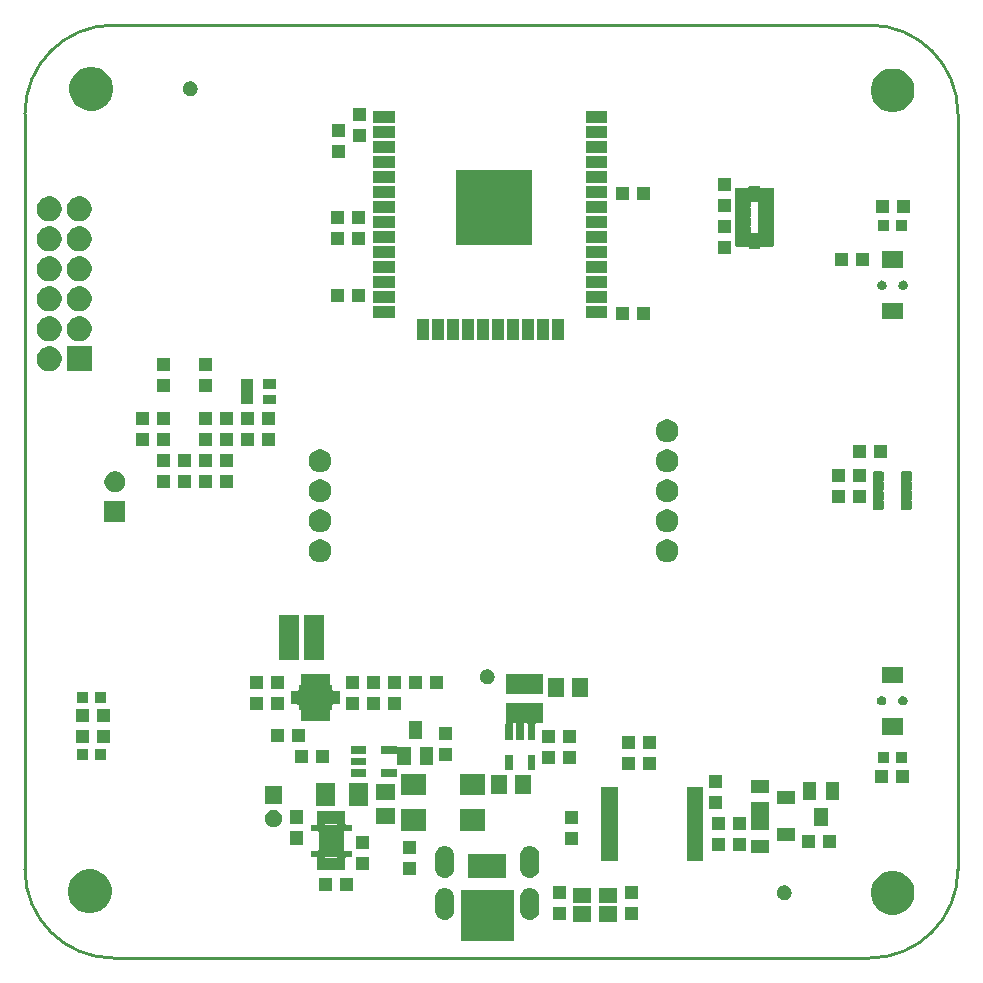
<source format=gbr>
G04 #@! TF.GenerationSoftware,KiCad,Pcbnew,5.1.6-c6e7f7d~87~ubuntu18.04.1*
G04 #@! TF.CreationDate,2020-07-31T19:21:43+02:00*
G04 #@! TF.ProjectId,hm-env-sensor,686d2d65-6e76-42d7-9365-6e736f722e6b,A1*
G04 #@! TF.SameCoordinates,Original*
G04 #@! TF.FileFunction,Soldermask,Top*
G04 #@! TF.FilePolarity,Negative*
%FSLAX46Y46*%
G04 Gerber Fmt 4.6, Leading zero omitted, Abs format (unit mm)*
G04 Created by KiCad (PCBNEW 5.1.6-c6e7f7d~87~ubuntu18.04.1) date 2020-07-31 19:21:43*
%MOMM*%
%LPD*%
G01*
G04 APERTURE LIST*
G04 #@! TA.AperFunction,Profile*
%ADD10C,0.254000*%
G04 #@! TD*
%ADD11C,0.100000*%
G04 APERTURE END LIST*
D10*
X169398000Y-135704200D02*
X169398000Y-71704200D01*
X90398000Y-71704200D02*
X90398000Y-135704200D01*
X161898000Y-64204200D02*
X97898000Y-64204200D01*
X161898000Y-64204200D02*
G75*
G02*
X169398000Y-71704200I0J-7500000D01*
G01*
X169398000Y-135704200D02*
G75*
G02*
X161898000Y-143204200I-7500000J0D01*
G01*
X161898000Y-143204200D02*
X97898000Y-143204200D01*
X90398000Y-71704200D02*
G75*
G02*
X97898000Y-64204200I7500000J0D01*
G01*
X97898000Y-143204200D02*
G75*
G02*
X90398000Y-135704200I0J7500000D01*
G01*
D11*
G36*
X118082000Y-134161500D02*
G01*
X114582000Y-134161500D01*
X114582000Y-134611500D01*
X118082000Y-134611500D01*
X118082000Y-134161500D01*
G37*
G36*
X114582000Y-132411500D02*
G01*
X118082000Y-132411500D01*
X118082000Y-131961500D01*
X114582000Y-131961500D01*
X114582000Y-132411500D01*
G37*
G36*
X131790000Y-141756000D02*
G01*
X127290000Y-141756000D01*
X127290000Y-137456000D01*
X131790000Y-137456000D01*
X131790000Y-141756000D01*
G37*
G36*
X140534800Y-140134800D02*
G01*
X139033200Y-140134800D01*
X139033200Y-138833200D01*
X140534800Y-138833200D01*
X140534800Y-140134800D01*
G37*
G36*
X138334800Y-140134800D02*
G01*
X136833200Y-140134800D01*
X136833200Y-138833200D01*
X138334800Y-138833200D01*
X138334800Y-140134800D01*
G37*
G36*
X142290800Y-140004800D02*
G01*
X141173200Y-140004800D01*
X141173200Y-138887200D01*
X142290800Y-138887200D01*
X142290800Y-140004800D01*
G37*
G36*
X136194800Y-140004800D02*
G01*
X135077200Y-140004800D01*
X135077200Y-138887200D01*
X136194800Y-138887200D01*
X136194800Y-140004800D01*
G37*
G36*
X126096826Y-137267576D02*
G01*
X126247627Y-137313321D01*
X126247629Y-137313322D01*
X126386604Y-137387606D01*
X126386606Y-137387607D01*
X126386605Y-137387607D01*
X126508422Y-137487578D01*
X126541841Y-137528300D01*
X126608394Y-137609395D01*
X126667198Y-137719409D01*
X126682679Y-137748372D01*
X126728424Y-137899173D01*
X126740000Y-138016707D01*
X126740000Y-139195293D01*
X126728424Y-139312827D01*
X126688904Y-139443106D01*
X126682678Y-139463630D01*
X126608394Y-139602605D01*
X126508422Y-139724422D01*
X126386605Y-139824394D01*
X126247630Y-139898678D01*
X126247628Y-139898679D01*
X126096827Y-139944424D01*
X125940000Y-139959870D01*
X125783174Y-139944424D01*
X125632373Y-139898679D01*
X125632371Y-139898678D01*
X125493396Y-139824394D01*
X125371579Y-139724422D01*
X125271607Y-139602605D01*
X125197323Y-139463630D01*
X125191097Y-139443106D01*
X125151577Y-139312827D01*
X125140001Y-139195293D01*
X125140000Y-138016708D01*
X125151576Y-137899174D01*
X125197321Y-137748373D01*
X125271607Y-137609395D01*
X125371578Y-137487578D01*
X125493394Y-137387607D01*
X125493393Y-137387607D01*
X125493395Y-137387606D01*
X125632370Y-137313322D01*
X125632372Y-137313321D01*
X125783173Y-137267576D01*
X125940000Y-137252130D01*
X126096826Y-137267576D01*
G37*
G36*
X133296826Y-137267576D02*
G01*
X133447627Y-137313321D01*
X133447629Y-137313322D01*
X133586604Y-137387606D01*
X133586606Y-137387607D01*
X133586605Y-137387607D01*
X133708422Y-137487578D01*
X133741841Y-137528300D01*
X133808394Y-137609395D01*
X133867198Y-137719409D01*
X133882679Y-137748372D01*
X133928424Y-137899173D01*
X133940000Y-138016707D01*
X133940000Y-139195293D01*
X133928424Y-139312827D01*
X133888904Y-139443106D01*
X133882678Y-139463630D01*
X133808394Y-139602605D01*
X133708422Y-139724422D01*
X133586605Y-139824394D01*
X133447630Y-139898678D01*
X133447628Y-139898679D01*
X133296827Y-139944424D01*
X133140000Y-139959870D01*
X132983174Y-139944424D01*
X132832373Y-139898679D01*
X132832371Y-139898678D01*
X132693396Y-139824394D01*
X132571579Y-139724422D01*
X132471607Y-139602605D01*
X132397323Y-139463630D01*
X132391097Y-139443106D01*
X132351577Y-139312827D01*
X132340001Y-139195293D01*
X132340000Y-138016708D01*
X132351576Y-137899174D01*
X132397321Y-137748373D01*
X132471607Y-137609395D01*
X132571578Y-137487578D01*
X132693394Y-137387607D01*
X132693393Y-137387607D01*
X132693395Y-137387606D01*
X132832370Y-137313322D01*
X132832372Y-137313321D01*
X132983173Y-137267576D01*
X133140000Y-137252130D01*
X133296826Y-137267576D01*
G37*
G36*
X164397624Y-135885294D02*
G01*
X164734302Y-136024751D01*
X164734303Y-136024752D01*
X165037306Y-136227211D01*
X165294989Y-136484894D01*
X165412590Y-136660897D01*
X165497449Y-136787898D01*
X165636906Y-137124576D01*
X165708000Y-137481990D01*
X165708000Y-137846410D01*
X165636906Y-138203824D01*
X165497449Y-138540502D01*
X165497448Y-138540503D01*
X165294989Y-138843506D01*
X165037306Y-139101189D01*
X164896467Y-139195294D01*
X164734302Y-139303649D01*
X164397624Y-139443106D01*
X164040210Y-139514200D01*
X163675790Y-139514200D01*
X163318376Y-139443106D01*
X162981698Y-139303649D01*
X162819533Y-139195294D01*
X162678694Y-139101189D01*
X162421011Y-138843506D01*
X162218552Y-138540503D01*
X162218551Y-138540502D01*
X162079094Y-138203824D01*
X162008000Y-137846410D01*
X162008000Y-137481990D01*
X162079094Y-137124576D01*
X162218551Y-136787898D01*
X162303410Y-136660897D01*
X162421011Y-136484894D01*
X162678694Y-136227211D01*
X162981697Y-136024752D01*
X162981698Y-136024751D01*
X163318376Y-135885294D01*
X163675790Y-135814200D01*
X164040210Y-135814200D01*
X164397624Y-135885294D01*
G37*
G36*
X96427224Y-135758294D02*
G01*
X96763902Y-135897751D01*
X96864446Y-135964932D01*
X97066906Y-136100211D01*
X97324589Y-136357894D01*
X97390141Y-136456000D01*
X97527049Y-136660898D01*
X97666506Y-136997576D01*
X97737600Y-137354990D01*
X97737600Y-137719410D01*
X97666506Y-138076824D01*
X97527049Y-138413502D01*
X97527048Y-138413503D01*
X97324589Y-138716506D01*
X97066906Y-138974189D01*
X96876836Y-139101189D01*
X96763902Y-139176649D01*
X96427224Y-139316106D01*
X96069810Y-139387200D01*
X95705390Y-139387200D01*
X95347976Y-139316106D01*
X95011298Y-139176649D01*
X94898364Y-139101189D01*
X94708294Y-138974189D01*
X94450611Y-138716506D01*
X94248152Y-138413503D01*
X94248151Y-138413502D01*
X94108694Y-138076824D01*
X94037600Y-137719410D01*
X94037600Y-137354990D01*
X94108694Y-136997576D01*
X94248151Y-136660898D01*
X94385059Y-136456000D01*
X94450611Y-136357894D01*
X94708294Y-136100211D01*
X94910754Y-135964932D01*
X95011298Y-135897751D01*
X95347976Y-135758294D01*
X95705390Y-135687200D01*
X96069810Y-135687200D01*
X96427224Y-135758294D01*
G37*
G36*
X138334800Y-138534800D02*
G01*
X136833200Y-138534800D01*
X136833200Y-137233200D01*
X138334800Y-137233200D01*
X138334800Y-138534800D01*
G37*
G36*
X140534800Y-138534800D02*
G01*
X139033200Y-138534800D01*
X139033200Y-137233200D01*
X140534800Y-137233200D01*
X140534800Y-138534800D01*
G37*
G36*
X154808321Y-137053047D02*
G01*
X154868889Y-137065095D01*
X154925943Y-137088728D01*
X154982997Y-137112360D01*
X155085687Y-137180975D01*
X155173025Y-137268313D01*
X155241640Y-137371003D01*
X155265272Y-137428057D01*
X155287613Y-137481991D01*
X155288905Y-137485112D01*
X155313000Y-137606245D01*
X155313000Y-137729755D01*
X155300953Y-137790321D01*
X155288905Y-137850889D01*
X155268904Y-137899175D01*
X155241640Y-137964997D01*
X155173025Y-138067687D01*
X155085687Y-138155025D01*
X154982997Y-138223640D01*
X154925942Y-138247273D01*
X154868889Y-138270905D01*
X154808321Y-138282953D01*
X154747755Y-138295000D01*
X154624245Y-138295000D01*
X154563679Y-138282953D01*
X154503111Y-138270905D01*
X154446058Y-138247273D01*
X154389003Y-138223640D01*
X154286313Y-138155025D01*
X154198975Y-138067687D01*
X154130360Y-137964997D01*
X154103096Y-137899175D01*
X154083095Y-137850889D01*
X154071048Y-137790322D01*
X154059000Y-137729755D01*
X154059000Y-137606245D01*
X154083095Y-137485112D01*
X154084388Y-137481991D01*
X154106728Y-137428057D01*
X154130360Y-137371003D01*
X154198975Y-137268313D01*
X154286313Y-137180975D01*
X154389003Y-137112360D01*
X154446057Y-137088728D01*
X154503111Y-137065095D01*
X154563679Y-137053047D01*
X154624245Y-137041000D01*
X154747755Y-137041000D01*
X154808321Y-137053047D01*
G37*
G36*
X136194800Y-138226800D02*
G01*
X135077200Y-138226800D01*
X135077200Y-137109200D01*
X136194800Y-137109200D01*
X136194800Y-138226800D01*
G37*
G36*
X142290800Y-138226800D02*
G01*
X141173200Y-138226800D01*
X141173200Y-137109200D01*
X142290800Y-137109200D01*
X142290800Y-138226800D01*
G37*
G36*
X116382800Y-137528300D02*
G01*
X115265200Y-137528300D01*
X115265200Y-136410700D01*
X116382800Y-136410700D01*
X116382800Y-137528300D01*
G37*
G36*
X118160800Y-137528300D02*
G01*
X117043200Y-137528300D01*
X117043200Y-136410700D01*
X118160800Y-136410700D01*
X118160800Y-137528300D01*
G37*
G36*
X131165000Y-136456000D02*
G01*
X127915000Y-136456000D01*
X127915000Y-134356000D01*
X131165000Y-134356000D01*
X131165000Y-136456000D01*
G37*
G36*
X126096826Y-133717576D02*
G01*
X126247627Y-133763321D01*
X126247629Y-133763322D01*
X126386604Y-133837606D01*
X126386606Y-133837607D01*
X126386605Y-133837607D01*
X126508422Y-133937578D01*
X126536917Y-133972300D01*
X126608394Y-134059395D01*
X126620870Y-134082736D01*
X126682679Y-134198372D01*
X126728424Y-134349173D01*
X126740000Y-134466707D01*
X126740000Y-135645293D01*
X126728424Y-135762827D01*
X126687495Y-135897751D01*
X126682678Y-135913630D01*
X126608394Y-136052605D01*
X126508422Y-136174422D01*
X126386605Y-136274394D01*
X126247630Y-136348678D01*
X126247628Y-136348679D01*
X126096827Y-136394424D01*
X125940000Y-136409870D01*
X125783174Y-136394424D01*
X125632373Y-136348679D01*
X125632371Y-136348678D01*
X125493396Y-136274394D01*
X125371579Y-136174422D01*
X125271607Y-136052605D01*
X125197323Y-135913630D01*
X125192506Y-135897751D01*
X125151577Y-135762827D01*
X125140001Y-135645293D01*
X125140000Y-134466708D01*
X125151576Y-134349174D01*
X125197321Y-134198373D01*
X125222971Y-134150385D01*
X125271606Y-134059396D01*
X125291708Y-134034901D01*
X125371578Y-133937578D01*
X125493394Y-133837607D01*
X125493393Y-133837607D01*
X125493395Y-133837606D01*
X125632370Y-133763322D01*
X125632372Y-133763321D01*
X125783173Y-133717576D01*
X125940000Y-133702130D01*
X126096826Y-133717576D01*
G37*
G36*
X133296826Y-133717576D02*
G01*
X133447627Y-133763321D01*
X133447629Y-133763322D01*
X133586604Y-133837606D01*
X133586606Y-133837607D01*
X133586605Y-133837607D01*
X133708422Y-133937578D01*
X133736917Y-133972300D01*
X133808394Y-134059395D01*
X133820870Y-134082736D01*
X133882679Y-134198372D01*
X133928424Y-134349173D01*
X133940000Y-134466707D01*
X133940000Y-135645293D01*
X133928424Y-135762827D01*
X133887495Y-135897751D01*
X133882678Y-135913630D01*
X133808394Y-136052605D01*
X133708422Y-136174422D01*
X133586605Y-136274394D01*
X133447630Y-136348678D01*
X133447628Y-136348679D01*
X133296827Y-136394424D01*
X133140000Y-136409870D01*
X132983174Y-136394424D01*
X132832373Y-136348679D01*
X132832371Y-136348678D01*
X132693396Y-136274394D01*
X132571579Y-136174422D01*
X132471607Y-136052605D01*
X132397323Y-135913630D01*
X132392506Y-135897751D01*
X132351577Y-135762827D01*
X132340001Y-135645293D01*
X132340000Y-134466708D01*
X132351576Y-134349174D01*
X132397321Y-134198373D01*
X132422971Y-134150385D01*
X132471606Y-134059396D01*
X132491708Y-134034901D01*
X132571578Y-133937578D01*
X132693394Y-133837607D01*
X132693393Y-133837607D01*
X132693395Y-133837606D01*
X132832370Y-133763322D01*
X132832372Y-133763321D01*
X132983173Y-133717576D01*
X133140000Y-133702130D01*
X133296826Y-133717576D01*
G37*
G36*
X123494800Y-136194800D02*
G01*
X122377200Y-136194800D01*
X122377200Y-135077200D01*
X123494800Y-135077200D01*
X123494800Y-136194800D01*
G37*
G36*
X117533600Y-131834901D02*
G01*
X117536002Y-131859287D01*
X117543115Y-131882736D01*
X117554666Y-131904347D01*
X117570211Y-131923289D01*
X117589153Y-131938834D01*
X117610764Y-131950385D01*
X117634213Y-131957498D01*
X117658599Y-131959900D01*
X118083600Y-131959900D01*
X118083600Y-132413100D01*
X117533599Y-132413100D01*
X117509213Y-132415502D01*
X117485764Y-132422615D01*
X117464153Y-132434166D01*
X117445211Y-132449711D01*
X117429666Y-132468653D01*
X117418115Y-132490264D01*
X117411002Y-132513713D01*
X117408600Y-132538099D01*
X117408600Y-134034901D01*
X117411002Y-134059287D01*
X117418115Y-134082736D01*
X117429666Y-134104347D01*
X117445211Y-134123289D01*
X117464153Y-134138834D01*
X117485764Y-134150385D01*
X117509213Y-134157498D01*
X117533599Y-134159900D01*
X118083600Y-134159900D01*
X118083600Y-134613100D01*
X117658599Y-134613100D01*
X117634213Y-134615502D01*
X117610764Y-134622615D01*
X117589153Y-134634166D01*
X117570211Y-134649711D01*
X117554666Y-134668653D01*
X117543115Y-134690264D01*
X117536002Y-134713713D01*
X117533600Y-134738099D01*
X117533600Y-135788100D01*
X115130400Y-135788100D01*
X115130400Y-134738099D01*
X115127998Y-134713713D01*
X115120885Y-134690264D01*
X115109334Y-134668653D01*
X115093789Y-134649711D01*
X115074847Y-134634166D01*
X115053236Y-134622615D01*
X115029787Y-134615502D01*
X115005401Y-134613100D01*
X114580400Y-134613100D01*
X114580400Y-134488099D01*
X115783600Y-134488099D01*
X115783600Y-134609901D01*
X115786002Y-134634287D01*
X115793115Y-134657736D01*
X115804666Y-134679347D01*
X115820211Y-134698289D01*
X115839153Y-134713834D01*
X115860764Y-134725385D01*
X115884213Y-134732498D01*
X115908599Y-134734900D01*
X116755401Y-134734900D01*
X116779787Y-134732498D01*
X116803236Y-134725385D01*
X116824847Y-134713834D01*
X116843789Y-134698289D01*
X116859334Y-134679347D01*
X116870885Y-134657736D01*
X116877998Y-134634287D01*
X116880400Y-134609901D01*
X116880400Y-134488099D01*
X116877998Y-134463713D01*
X116870885Y-134440264D01*
X116859334Y-134418653D01*
X116843789Y-134399711D01*
X116824847Y-134384166D01*
X116803236Y-134372615D01*
X116779787Y-134365502D01*
X116755401Y-134363100D01*
X115908599Y-134363100D01*
X115884213Y-134365502D01*
X115860764Y-134372615D01*
X115839153Y-134384166D01*
X115820211Y-134399711D01*
X115804666Y-134418653D01*
X115793115Y-134440264D01*
X115786002Y-134463713D01*
X115783600Y-134488099D01*
X114580400Y-134488099D01*
X114580400Y-134159900D01*
X115130401Y-134159900D01*
X115154787Y-134157498D01*
X115178236Y-134150385D01*
X115199847Y-134138834D01*
X115218789Y-134123289D01*
X115234334Y-134104347D01*
X115245885Y-134082736D01*
X115252998Y-134059287D01*
X115255400Y-134034901D01*
X115255400Y-132538099D01*
X115252998Y-132513713D01*
X115245885Y-132490264D01*
X115234334Y-132468653D01*
X115218789Y-132449711D01*
X115199847Y-132434166D01*
X115178236Y-132422615D01*
X115154787Y-132415502D01*
X115130401Y-132413100D01*
X114580400Y-132413100D01*
X114580400Y-131963099D01*
X115783600Y-131963099D01*
X115783600Y-132084901D01*
X115786002Y-132109287D01*
X115793115Y-132132736D01*
X115804666Y-132154347D01*
X115820211Y-132173289D01*
X115839153Y-132188834D01*
X115860764Y-132200385D01*
X115884213Y-132207498D01*
X115908599Y-132209900D01*
X116755401Y-132209900D01*
X116779787Y-132207498D01*
X116803236Y-132200385D01*
X116824847Y-132188834D01*
X116843789Y-132173289D01*
X116859334Y-132154347D01*
X116870885Y-132132736D01*
X116877998Y-132109287D01*
X116880400Y-132084901D01*
X116880400Y-131963099D01*
X116877998Y-131938713D01*
X116870885Y-131915264D01*
X116859334Y-131893653D01*
X116843789Y-131874711D01*
X116824847Y-131859166D01*
X116803236Y-131847615D01*
X116779787Y-131840502D01*
X116755401Y-131838100D01*
X115908599Y-131838100D01*
X115884213Y-131840502D01*
X115860764Y-131847615D01*
X115839153Y-131859166D01*
X115820211Y-131874711D01*
X115804666Y-131893653D01*
X115793115Y-131915264D01*
X115786002Y-131938713D01*
X115783600Y-131963099D01*
X114580400Y-131963099D01*
X114580400Y-131959900D01*
X115005401Y-131959900D01*
X115029787Y-131957498D01*
X115053236Y-131950385D01*
X115074847Y-131938834D01*
X115093789Y-131923289D01*
X115109334Y-131904347D01*
X115120885Y-131882736D01*
X115127998Y-131859287D01*
X115130400Y-131834901D01*
X115130400Y-130784900D01*
X117533600Y-130784900D01*
X117533600Y-131834901D01*
G37*
G36*
X119557800Y-135750300D02*
G01*
X118440200Y-135750300D01*
X118440200Y-134632700D01*
X119557800Y-134632700D01*
X119557800Y-135750300D01*
G37*
G36*
X147815300Y-134964300D02*
G01*
X146443700Y-134964300D01*
X146443700Y-128687700D01*
X147815300Y-128687700D01*
X147815300Y-134964300D01*
G37*
G36*
X140576300Y-134964300D02*
G01*
X139204700Y-134964300D01*
X139204700Y-128687700D01*
X140576300Y-128687700D01*
X140576300Y-134964300D01*
G37*
G36*
X123494800Y-134416800D02*
G01*
X122377200Y-134416800D01*
X122377200Y-133299200D01*
X123494800Y-133299200D01*
X123494800Y-134416800D01*
G37*
G36*
X153404800Y-134279260D02*
G01*
X151903200Y-134279260D01*
X151903200Y-133177660D01*
X153404800Y-133177660D01*
X153404800Y-134279260D01*
G37*
G36*
X149656800Y-134162800D02*
G01*
X148539200Y-134162800D01*
X148539200Y-133045200D01*
X149656800Y-133045200D01*
X149656800Y-134162800D01*
G37*
G36*
X151434800Y-134162800D02*
G01*
X150317200Y-134162800D01*
X150317200Y-133045200D01*
X151434800Y-133045200D01*
X151434800Y-134162800D01*
G37*
G36*
X119557800Y-133972300D02*
G01*
X118440200Y-133972300D01*
X118440200Y-132854700D01*
X119557800Y-132854700D01*
X119557800Y-133972300D01*
G37*
G36*
X157276800Y-133908800D02*
G01*
X156159200Y-133908800D01*
X156159200Y-132791200D01*
X157276800Y-132791200D01*
X157276800Y-133908800D01*
G37*
G36*
X159054800Y-133908800D02*
G01*
X157937200Y-133908800D01*
X157937200Y-132791200D01*
X159054800Y-132791200D01*
X159054800Y-133908800D01*
G37*
G36*
X137210800Y-133654800D02*
G01*
X136093200Y-133654800D01*
X136093200Y-132537200D01*
X137210800Y-132537200D01*
X137210800Y-133654800D01*
G37*
G36*
X113969800Y-133591300D02*
G01*
X112852200Y-133591300D01*
X112852200Y-132473700D01*
X113969800Y-132473700D01*
X113969800Y-133591300D01*
G37*
G36*
X155614600Y-133324220D02*
G01*
X154113000Y-133324220D01*
X154113000Y-132222620D01*
X155614600Y-132222620D01*
X155614600Y-133324220D01*
G37*
G36*
X129367800Y-132409300D02*
G01*
X127266200Y-132409300D01*
X127266200Y-130607700D01*
X129367800Y-130607700D01*
X129367800Y-132409300D01*
G37*
G36*
X124367800Y-132409300D02*
G01*
X122266200Y-132409300D01*
X122266200Y-130607700D01*
X124367800Y-130607700D01*
X124367800Y-132409300D01*
G37*
G36*
X151434800Y-132384800D02*
G01*
X150317200Y-132384800D01*
X150317200Y-131267200D01*
X151434800Y-131267200D01*
X151434800Y-132384800D01*
G37*
G36*
X149656800Y-132384800D02*
G01*
X148539200Y-132384800D01*
X148539200Y-131267200D01*
X149656800Y-131267200D01*
X149656800Y-132384800D01*
G37*
G36*
X153404800Y-132376800D02*
G01*
X151903200Y-132376800D01*
X151903200Y-130005200D01*
X153404800Y-130005200D01*
X153404800Y-132376800D01*
G37*
G36*
X111661499Y-130659552D02*
G01*
X111798139Y-130716150D01*
X111921105Y-130798313D01*
X112025687Y-130902895D01*
X112107850Y-131025861D01*
X112164448Y-131162501D01*
X112193300Y-131307551D01*
X112193300Y-131455449D01*
X112164448Y-131600499D01*
X112107850Y-131737139D01*
X112025687Y-131860105D01*
X111921105Y-131964687D01*
X111798139Y-132046850D01*
X111661499Y-132103448D01*
X111516449Y-132132300D01*
X111368551Y-132132300D01*
X111223501Y-132103448D01*
X111086861Y-132046850D01*
X110963895Y-131964687D01*
X110859313Y-131860105D01*
X110777150Y-131737139D01*
X110720552Y-131600499D01*
X110691700Y-131455449D01*
X110691700Y-131307551D01*
X110720552Y-131162501D01*
X110777150Y-131025861D01*
X110859313Y-130902895D01*
X110963895Y-130798313D01*
X111086861Y-130716150D01*
X111223501Y-130659552D01*
X111368551Y-130630700D01*
X111516449Y-130630700D01*
X111661499Y-130659552D01*
G37*
G36*
X158350800Y-131982800D02*
G01*
X157249200Y-131982800D01*
X157249200Y-130481200D01*
X158350800Y-130481200D01*
X158350800Y-131982800D01*
G37*
G36*
X121716800Y-131876800D02*
G01*
X120091200Y-131876800D01*
X120091200Y-130505200D01*
X121716800Y-130505200D01*
X121716800Y-131876800D01*
G37*
G36*
X137210800Y-131876800D02*
G01*
X136093200Y-131876800D01*
X136093200Y-130759200D01*
X137210800Y-130759200D01*
X137210800Y-131876800D01*
G37*
G36*
X113969800Y-131813300D02*
G01*
X112852200Y-131813300D01*
X112852200Y-130695700D01*
X113969800Y-130695700D01*
X113969800Y-131813300D01*
G37*
G36*
X149402800Y-130606800D02*
G01*
X148285200Y-130606800D01*
X148285200Y-129489200D01*
X149402800Y-129489200D01*
X149402800Y-130606800D01*
G37*
G36*
X119430800Y-130289300D02*
G01*
X117805200Y-130289300D01*
X117805200Y-128409700D01*
X119430800Y-128409700D01*
X119430800Y-130289300D01*
G37*
G36*
X116636800Y-130289300D02*
G01*
X115011200Y-130289300D01*
X115011200Y-128409700D01*
X116636800Y-128409700D01*
X116636800Y-130289300D01*
G37*
G36*
X155614600Y-130151760D02*
G01*
X154113000Y-130151760D01*
X154113000Y-129050160D01*
X155614600Y-129050160D01*
X155614600Y-130151760D01*
G37*
G36*
X112190760Y-130120620D02*
G01*
X110689160Y-130120620D01*
X110689160Y-128619020D01*
X112190760Y-128619020D01*
X112190760Y-130120620D01*
G37*
G36*
X121716800Y-129844800D02*
G01*
X120091200Y-129844800D01*
X120091200Y-128473200D01*
X121716800Y-128473200D01*
X121716800Y-129844800D01*
G37*
G36*
X159300800Y-129782800D02*
G01*
X158199200Y-129782800D01*
X158199200Y-128281200D01*
X159300800Y-128281200D01*
X159300800Y-129782800D01*
G37*
G36*
X157400800Y-129782800D02*
G01*
X156299200Y-129782800D01*
X156299200Y-128281200D01*
X157400800Y-128281200D01*
X157400800Y-129782800D01*
G37*
G36*
X129320800Y-129424800D02*
G01*
X127219200Y-129424800D01*
X127219200Y-127623200D01*
X129320800Y-127623200D01*
X129320800Y-129424800D01*
G37*
G36*
X124320800Y-129424800D02*
G01*
X122219200Y-129424800D01*
X122219200Y-127623200D01*
X124320800Y-127623200D01*
X124320800Y-129424800D01*
G37*
G36*
X131241800Y-129336800D02*
G01*
X129870200Y-129336800D01*
X129870200Y-127711200D01*
X131241800Y-127711200D01*
X131241800Y-129336800D01*
G37*
G36*
X133273800Y-129336800D02*
G01*
X131902200Y-129336800D01*
X131902200Y-127711200D01*
X133273800Y-127711200D01*
X133273800Y-129336800D01*
G37*
G36*
X153404800Y-129204340D02*
G01*
X151903200Y-129204340D01*
X151903200Y-128102740D01*
X153404800Y-128102740D01*
X153404800Y-129204340D01*
G37*
G36*
X149402800Y-128828800D02*
G01*
X148285200Y-128828800D01*
X148285200Y-127711200D01*
X149402800Y-127711200D01*
X149402800Y-128828800D01*
G37*
G36*
X163499800Y-128397000D02*
G01*
X162382200Y-128397000D01*
X162382200Y-127279400D01*
X163499800Y-127279400D01*
X163499800Y-128397000D01*
G37*
G36*
X165277800Y-128397000D02*
G01*
X164160200Y-128397000D01*
X164160200Y-127279400D01*
X165277800Y-127279400D01*
X165277800Y-128397000D01*
G37*
G36*
X121868800Y-127833800D02*
G01*
X120567200Y-127833800D01*
X120567200Y-127182200D01*
X121868800Y-127182200D01*
X121868800Y-127833800D01*
G37*
G36*
X119268800Y-127833800D02*
G01*
X117967200Y-127833800D01*
X117967200Y-127182200D01*
X119268800Y-127182200D01*
X119268800Y-127833800D01*
G37*
G36*
X143814800Y-127304800D02*
G01*
X142697200Y-127304800D01*
X142697200Y-126187200D01*
X143814800Y-126187200D01*
X143814800Y-127304800D01*
G37*
G36*
X142036800Y-127304800D02*
G01*
X140919200Y-127304800D01*
X140919200Y-126187200D01*
X142036800Y-126187200D01*
X142036800Y-127304800D01*
G37*
G36*
X131709800Y-127299800D02*
G01*
X131058200Y-127299800D01*
X131058200Y-125998200D01*
X131709800Y-125998200D01*
X131709800Y-127299800D01*
G37*
G36*
X133609800Y-127299800D02*
G01*
X132958200Y-127299800D01*
X132958200Y-125998200D01*
X133609800Y-125998200D01*
X133609800Y-127299800D01*
G37*
G36*
X119268800Y-126883800D02*
G01*
X117967200Y-126883800D01*
X117967200Y-126232200D01*
X119268800Y-126232200D01*
X119268800Y-126883800D01*
G37*
G36*
X121905411Y-125288029D02*
G01*
X121924353Y-125303574D01*
X121945964Y-125315125D01*
X121969413Y-125322238D01*
X121993799Y-125324640D01*
X123044840Y-125324640D01*
X123044840Y-126826240D01*
X121943240Y-126826240D01*
X121943240Y-126058799D01*
X121940838Y-126034413D01*
X121933725Y-126010964D01*
X121922174Y-125989353D01*
X121906629Y-125970411D01*
X121887687Y-125954866D01*
X121866076Y-125943315D01*
X121842627Y-125936202D01*
X121818241Y-125933800D01*
X120567200Y-125933800D01*
X120567200Y-125282200D01*
X121900627Y-125282200D01*
X121905411Y-125288029D01*
G37*
G36*
X124947300Y-126826240D02*
G01*
X123845700Y-126826240D01*
X123845700Y-125324640D01*
X124947300Y-125324640D01*
X124947300Y-126826240D01*
G37*
G36*
X137083800Y-126796800D02*
G01*
X135966200Y-126796800D01*
X135966200Y-125679200D01*
X137083800Y-125679200D01*
X137083800Y-126796800D01*
G37*
G36*
X135305800Y-126796800D02*
G01*
X134188200Y-126796800D01*
X134188200Y-125679200D01*
X135305800Y-125679200D01*
X135305800Y-126796800D01*
G37*
G36*
X163518800Y-126688800D02*
G01*
X162617200Y-126688800D01*
X162617200Y-125787200D01*
X163518800Y-125787200D01*
X163518800Y-126688800D01*
G37*
G36*
X165042800Y-126688800D02*
G01*
X164141200Y-126688800D01*
X164141200Y-125787200D01*
X165042800Y-125787200D01*
X165042800Y-126688800D01*
G37*
G36*
X114350800Y-126669800D02*
G01*
X113233200Y-126669800D01*
X113233200Y-125552200D01*
X114350800Y-125552200D01*
X114350800Y-126669800D01*
G37*
G36*
X116128800Y-126669800D02*
G01*
X115011200Y-126669800D01*
X115011200Y-125552200D01*
X116128800Y-125552200D01*
X116128800Y-126669800D01*
G37*
G36*
X126542800Y-126542800D02*
G01*
X125425200Y-126542800D01*
X125425200Y-125425200D01*
X126542800Y-125425200D01*
X126542800Y-126542800D01*
G37*
G36*
X95700800Y-126434800D02*
G01*
X94799200Y-126434800D01*
X94799200Y-125533200D01*
X95700800Y-125533200D01*
X95700800Y-126434800D01*
G37*
G36*
X97224800Y-126434800D02*
G01*
X96323200Y-126434800D01*
X96323200Y-125533200D01*
X97224800Y-125533200D01*
X97224800Y-126434800D01*
G37*
G36*
X119268800Y-125933800D02*
G01*
X117967200Y-125933800D01*
X117967200Y-125282200D01*
X119268800Y-125282200D01*
X119268800Y-125933800D01*
G37*
G36*
X142036800Y-125526800D02*
G01*
X140919200Y-125526800D01*
X140919200Y-124409200D01*
X142036800Y-124409200D01*
X142036800Y-125526800D01*
G37*
G36*
X143814800Y-125526800D02*
G01*
X142697200Y-125526800D01*
X142697200Y-124409200D01*
X143814800Y-124409200D01*
X143814800Y-125526800D01*
G37*
G36*
X97586800Y-125018800D02*
G01*
X96469200Y-125018800D01*
X96469200Y-123901200D01*
X97586800Y-123901200D01*
X97586800Y-125018800D01*
G37*
G36*
X95808800Y-125018800D02*
G01*
X94691200Y-125018800D01*
X94691200Y-123901200D01*
X95808800Y-123901200D01*
X95808800Y-125018800D01*
G37*
G36*
X135305800Y-125018800D02*
G01*
X134188200Y-125018800D01*
X134188200Y-123901200D01*
X135305800Y-123901200D01*
X135305800Y-125018800D01*
G37*
G36*
X137083800Y-125018800D02*
G01*
X135966200Y-125018800D01*
X135966200Y-123901200D01*
X137083800Y-123901200D01*
X137083800Y-125018800D01*
G37*
G36*
X112318800Y-124891800D02*
G01*
X111201200Y-124891800D01*
X111201200Y-123774200D01*
X112318800Y-123774200D01*
X112318800Y-124891800D01*
G37*
G36*
X114096800Y-124891800D02*
G01*
X112979200Y-124891800D01*
X112979200Y-123774200D01*
X114096800Y-123774200D01*
X114096800Y-124891800D01*
G37*
G36*
X126542800Y-124764800D02*
G01*
X125425200Y-124764800D01*
X125425200Y-123647200D01*
X126542800Y-123647200D01*
X126542800Y-124764800D01*
G37*
G36*
X134265800Y-123265800D02*
G01*
X133734799Y-123265800D01*
X133710413Y-123268202D01*
X133686964Y-123275315D01*
X133665353Y-123286866D01*
X133646411Y-123302411D01*
X133630866Y-123321353D01*
X133619315Y-123342964D01*
X133612202Y-123366413D01*
X133609800Y-123390799D01*
X133609800Y-124699800D01*
X132958200Y-124699800D01*
X132958200Y-123390799D01*
X132955798Y-123366413D01*
X132948685Y-123342964D01*
X132937134Y-123321353D01*
X132921589Y-123302411D01*
X132902647Y-123286866D01*
X132881036Y-123275315D01*
X132857587Y-123268202D01*
X132833201Y-123265800D01*
X132784799Y-123265800D01*
X132760413Y-123268202D01*
X132736964Y-123275315D01*
X132715353Y-123286866D01*
X132696411Y-123302411D01*
X132680866Y-123321353D01*
X132669315Y-123342964D01*
X132662202Y-123366413D01*
X132659800Y-123390799D01*
X132659800Y-124699800D01*
X132008200Y-124699800D01*
X132008200Y-123390799D01*
X132005798Y-123366413D01*
X131998685Y-123342964D01*
X131987134Y-123321353D01*
X131971589Y-123302411D01*
X131952647Y-123286866D01*
X131931036Y-123275315D01*
X131907587Y-123268202D01*
X131883201Y-123265800D01*
X131834799Y-123265800D01*
X131810413Y-123268202D01*
X131786964Y-123275315D01*
X131765353Y-123286866D01*
X131746411Y-123302411D01*
X131730866Y-123321353D01*
X131719315Y-123342964D01*
X131712202Y-123366413D01*
X131709800Y-123390799D01*
X131709800Y-124699800D01*
X131058200Y-124699800D01*
X131058200Y-123396329D01*
X131063587Y-123395798D01*
X131087036Y-123388685D01*
X131108647Y-123377134D01*
X131127589Y-123361589D01*
X131143134Y-123342647D01*
X131154685Y-123321036D01*
X131161798Y-123297587D01*
X131164200Y-123273201D01*
X131164200Y-121564200D01*
X134265800Y-121564200D01*
X134265800Y-123265800D01*
G37*
G36*
X123992260Y-124616440D02*
G01*
X122890660Y-124616440D01*
X122890660Y-123114840D01*
X123992260Y-123114840D01*
X123992260Y-124616440D01*
G37*
G36*
X164730800Y-124289800D02*
G01*
X162929200Y-124289800D01*
X162929200Y-122888200D01*
X164730800Y-122888200D01*
X164730800Y-124289800D01*
G37*
G36*
X97586800Y-123240800D02*
G01*
X96469200Y-123240800D01*
X96469200Y-122123200D01*
X97586800Y-122123200D01*
X97586800Y-123240800D01*
G37*
G36*
X95808800Y-123240800D02*
G01*
X94691200Y-123240800D01*
X94691200Y-122123200D01*
X95808800Y-122123200D01*
X95808800Y-123240800D01*
G37*
G36*
X115994710Y-119172899D02*
G01*
X116006948Y-119173500D01*
X116200500Y-119173500D01*
X116200500Y-119963815D01*
X116198782Y-119981256D01*
X116198782Y-120005752D01*
X116203562Y-120029785D01*
X116212939Y-120052424D01*
X116226553Y-120072799D01*
X116243880Y-120090126D01*
X116264254Y-120103740D01*
X116286893Y-120113117D01*
X116310926Y-120117898D01*
X116323179Y-120118500D01*
X116390500Y-120118500D01*
X116390500Y-120428501D01*
X116392902Y-120452887D01*
X116400015Y-120476336D01*
X116411566Y-120497947D01*
X116427111Y-120516889D01*
X116446053Y-120532434D01*
X116467664Y-120543985D01*
X116491113Y-120551098D01*
X116515499Y-120553500D01*
X117090500Y-120553500D01*
X117090500Y-121733500D01*
X116515499Y-121733500D01*
X116491113Y-121735902D01*
X116467664Y-121743015D01*
X116446053Y-121754566D01*
X116427111Y-121770111D01*
X116411566Y-121789053D01*
X116400015Y-121810664D01*
X116392902Y-121834113D01*
X116390500Y-121858499D01*
X116390500Y-122168500D01*
X116323179Y-122168500D01*
X116298793Y-122170902D01*
X116275344Y-122178015D01*
X116253733Y-122189566D01*
X116234791Y-122205111D01*
X116219246Y-122224053D01*
X116207695Y-122245664D01*
X116200582Y-122269113D01*
X116198180Y-122293499D01*
X116198781Y-122305736D01*
X116200500Y-122323185D01*
X116200500Y-123113500D01*
X116006948Y-123113500D01*
X115994710Y-123114101D01*
X115990500Y-123114516D01*
X115986290Y-123114101D01*
X115974052Y-123113500D01*
X115506948Y-123113500D01*
X115494710Y-123114101D01*
X115490500Y-123114516D01*
X115486290Y-123114101D01*
X115474052Y-123113500D01*
X115006948Y-123113500D01*
X114994710Y-123114101D01*
X114990500Y-123114516D01*
X114986290Y-123114101D01*
X114974052Y-123113500D01*
X114506948Y-123113500D01*
X114494710Y-123114101D01*
X114490500Y-123114516D01*
X114486290Y-123114101D01*
X114474052Y-123113500D01*
X114006948Y-123113500D01*
X113994710Y-123114101D01*
X113990500Y-123114516D01*
X113986290Y-123114101D01*
X113974052Y-123113500D01*
X113780500Y-123113500D01*
X113780500Y-122568511D01*
X113780501Y-122568501D01*
X113780501Y-122323185D01*
X113782219Y-122305744D01*
X113782219Y-122281248D01*
X113777439Y-122257215D01*
X113768062Y-122234576D01*
X113754448Y-122214201D01*
X113737121Y-122196874D01*
X113716747Y-122183260D01*
X113694108Y-122173883D01*
X113670075Y-122169102D01*
X113657822Y-122168500D01*
X113590500Y-122168500D01*
X113590500Y-121858499D01*
X113588098Y-121834113D01*
X113580985Y-121810664D01*
X113569434Y-121789053D01*
X113553889Y-121770111D01*
X113534947Y-121754566D01*
X113513336Y-121743015D01*
X113489887Y-121735902D01*
X113465501Y-121733500D01*
X112890500Y-121733500D01*
X112890500Y-120553500D01*
X113465501Y-120553500D01*
X113489887Y-120551098D01*
X113513336Y-120543985D01*
X113534947Y-120532434D01*
X113553889Y-120516889D01*
X113569434Y-120497947D01*
X113580985Y-120476336D01*
X113588098Y-120452887D01*
X113590500Y-120428501D01*
X113590500Y-120118500D01*
X113657821Y-120118500D01*
X113682207Y-120116098D01*
X113705656Y-120108985D01*
X113727267Y-120097434D01*
X113746209Y-120081889D01*
X113761754Y-120062947D01*
X113773305Y-120041336D01*
X113780418Y-120017887D01*
X113782820Y-119993501D01*
X113782219Y-119981262D01*
X113780500Y-119963814D01*
X113780500Y-119173500D01*
X113974052Y-119173500D01*
X113986290Y-119172899D01*
X113990500Y-119172484D01*
X113994710Y-119172899D01*
X114006948Y-119173500D01*
X114474052Y-119173500D01*
X114486290Y-119172899D01*
X114490500Y-119172484D01*
X114494710Y-119172899D01*
X114506948Y-119173500D01*
X114974052Y-119173500D01*
X114986290Y-119172899D01*
X114990500Y-119172484D01*
X114994710Y-119172899D01*
X115006948Y-119173500D01*
X115474052Y-119173500D01*
X115486290Y-119172899D01*
X115490500Y-119172484D01*
X115494710Y-119172899D01*
X115506948Y-119173500D01*
X115974052Y-119173500D01*
X115986290Y-119172899D01*
X115990500Y-119172484D01*
X115994710Y-119172899D01*
G37*
G36*
X120446800Y-122224800D02*
G01*
X119329200Y-122224800D01*
X119329200Y-121107200D01*
X120446800Y-121107200D01*
X120446800Y-122224800D01*
G37*
G36*
X112318800Y-122224800D02*
G01*
X111201200Y-122224800D01*
X111201200Y-121107200D01*
X112318800Y-121107200D01*
X112318800Y-122224800D01*
G37*
G36*
X122224800Y-122224800D02*
G01*
X121107200Y-122224800D01*
X121107200Y-121107200D01*
X122224800Y-121107200D01*
X122224800Y-122224800D01*
G37*
G36*
X110540800Y-122224800D02*
G01*
X109423200Y-122224800D01*
X109423200Y-121107200D01*
X110540800Y-121107200D01*
X110540800Y-122224800D01*
G37*
G36*
X118668800Y-122224800D02*
G01*
X117551200Y-122224800D01*
X117551200Y-121107200D01*
X118668800Y-121107200D01*
X118668800Y-122224800D01*
G37*
G36*
X163046908Y-121026602D02*
G01*
X163119848Y-121056815D01*
X163119850Y-121056816D01*
X163129853Y-121063500D01*
X163185494Y-121100678D01*
X163241322Y-121156506D01*
X163285185Y-121222152D01*
X163315398Y-121295092D01*
X163330800Y-121372523D01*
X163330800Y-121451477D01*
X163315398Y-121528908D01*
X163285185Y-121601848D01*
X163241322Y-121667494D01*
X163185494Y-121723322D01*
X163156021Y-121743015D01*
X163119850Y-121767184D01*
X163119849Y-121767185D01*
X163119848Y-121767185D01*
X163046908Y-121797398D01*
X162969477Y-121812800D01*
X162890523Y-121812800D01*
X162813092Y-121797398D01*
X162740152Y-121767185D01*
X162740151Y-121767185D01*
X162740150Y-121767184D01*
X162703979Y-121743015D01*
X162674506Y-121723322D01*
X162618678Y-121667494D01*
X162574815Y-121601848D01*
X162544602Y-121528908D01*
X162529200Y-121451477D01*
X162529200Y-121372523D01*
X162544602Y-121295092D01*
X162574815Y-121222152D01*
X162618678Y-121156506D01*
X162674506Y-121100678D01*
X162730147Y-121063500D01*
X162740150Y-121056816D01*
X162740152Y-121056815D01*
X162813092Y-121026602D01*
X162890523Y-121011200D01*
X162969477Y-121011200D01*
X163046908Y-121026602D01*
G37*
G36*
X164846908Y-121026602D02*
G01*
X164919848Y-121056815D01*
X164919850Y-121056816D01*
X164929853Y-121063500D01*
X164985494Y-121100678D01*
X165041322Y-121156506D01*
X165085185Y-121222152D01*
X165115398Y-121295092D01*
X165130800Y-121372523D01*
X165130800Y-121451477D01*
X165115398Y-121528908D01*
X165085185Y-121601848D01*
X165041322Y-121667494D01*
X164985494Y-121723322D01*
X164956021Y-121743015D01*
X164919850Y-121767184D01*
X164919849Y-121767185D01*
X164919848Y-121767185D01*
X164846908Y-121797398D01*
X164769477Y-121812800D01*
X164690523Y-121812800D01*
X164613092Y-121797398D01*
X164540152Y-121767185D01*
X164540151Y-121767185D01*
X164540150Y-121767184D01*
X164503979Y-121743015D01*
X164474506Y-121723322D01*
X164418678Y-121667494D01*
X164374815Y-121601848D01*
X164344602Y-121528908D01*
X164329200Y-121451477D01*
X164329200Y-121372523D01*
X164344602Y-121295092D01*
X164374815Y-121222152D01*
X164418678Y-121156506D01*
X164474506Y-121100678D01*
X164530147Y-121063500D01*
X164540150Y-121056816D01*
X164540152Y-121056815D01*
X164613092Y-121026602D01*
X164690523Y-121011200D01*
X164769477Y-121011200D01*
X164846908Y-121026602D01*
G37*
G36*
X97224800Y-121608800D02*
G01*
X96323200Y-121608800D01*
X96323200Y-120707200D01*
X97224800Y-120707200D01*
X97224800Y-121608800D01*
G37*
G36*
X95700800Y-121608800D02*
G01*
X94799200Y-121608800D01*
X94799200Y-120707200D01*
X95700800Y-120707200D01*
X95700800Y-121608800D01*
G37*
G36*
X136067800Y-121081800D02*
G01*
X134696200Y-121081800D01*
X134696200Y-119456200D01*
X136067800Y-119456200D01*
X136067800Y-121081800D01*
G37*
G36*
X138099800Y-121081800D02*
G01*
X136728200Y-121081800D01*
X136728200Y-119456200D01*
X138099800Y-119456200D01*
X138099800Y-121081800D01*
G37*
G36*
X134265800Y-120865800D02*
G01*
X131164200Y-120865800D01*
X131164200Y-119164200D01*
X134265800Y-119164200D01*
X134265800Y-120865800D01*
G37*
G36*
X122224800Y-120446800D02*
G01*
X121107200Y-120446800D01*
X121107200Y-119329200D01*
X122224800Y-119329200D01*
X122224800Y-120446800D01*
G37*
G36*
X125780800Y-120446800D02*
G01*
X124663200Y-120446800D01*
X124663200Y-119329200D01*
X125780800Y-119329200D01*
X125780800Y-120446800D01*
G37*
G36*
X124002800Y-120446800D02*
G01*
X122885200Y-120446800D01*
X122885200Y-119329200D01*
X124002800Y-119329200D01*
X124002800Y-120446800D01*
G37*
G36*
X118668800Y-120446800D02*
G01*
X117551200Y-120446800D01*
X117551200Y-119329200D01*
X118668800Y-119329200D01*
X118668800Y-120446800D01*
G37*
G36*
X112318800Y-120446800D02*
G01*
X111201200Y-120446800D01*
X111201200Y-119329200D01*
X112318800Y-119329200D01*
X112318800Y-120446800D01*
G37*
G36*
X110540800Y-120446800D02*
G01*
X109423200Y-120446800D01*
X109423200Y-119329200D01*
X110540800Y-119329200D01*
X110540800Y-120446800D01*
G37*
G36*
X120446800Y-120446800D02*
G01*
X119329200Y-120446800D01*
X119329200Y-119329200D01*
X120446800Y-119329200D01*
X120446800Y-120446800D01*
G37*
G36*
X129662321Y-118765047D02*
G01*
X129722889Y-118777095D01*
X129779943Y-118800728D01*
X129836997Y-118824360D01*
X129939687Y-118892975D01*
X130027025Y-118980313D01*
X130095640Y-119083003D01*
X130095640Y-119083004D01*
X130139358Y-119188547D01*
X130142905Y-119197112D01*
X130167000Y-119318245D01*
X130167000Y-119441755D01*
X130142905Y-119562888D01*
X130095640Y-119676997D01*
X130027025Y-119779687D01*
X129939687Y-119867025D01*
X129836997Y-119935640D01*
X129779943Y-119959272D01*
X129722889Y-119982905D01*
X129669619Y-119993501D01*
X129601755Y-120007000D01*
X129478245Y-120007000D01*
X129410381Y-119993501D01*
X129357111Y-119982905D01*
X129300057Y-119959272D01*
X129243003Y-119935640D01*
X129140313Y-119867025D01*
X129052975Y-119779687D01*
X128984360Y-119676997D01*
X128937095Y-119562888D01*
X128913000Y-119441755D01*
X128913000Y-119318245D01*
X128937095Y-119197112D01*
X128940643Y-119188547D01*
X128984360Y-119083004D01*
X128984360Y-119083003D01*
X129052975Y-118980313D01*
X129140313Y-118892975D01*
X129243003Y-118824360D01*
X129300057Y-118800728D01*
X129357111Y-118777095D01*
X129417679Y-118765047D01*
X129478245Y-118753000D01*
X129601755Y-118753000D01*
X129662321Y-118765047D01*
G37*
G36*
X164730800Y-119935800D02*
G01*
X162929200Y-119935800D01*
X162929200Y-118534200D01*
X164730800Y-118534200D01*
X164730800Y-119935800D01*
G37*
G36*
X113592000Y-117978000D02*
G01*
X111892000Y-117978000D01*
X111892000Y-114178000D01*
X113592000Y-114178000D01*
X113592000Y-117978000D01*
G37*
G36*
X115692000Y-117978000D02*
G01*
X113992000Y-117978000D01*
X113992000Y-114178000D01*
X115692000Y-114178000D01*
X115692000Y-117978000D01*
G37*
G36*
X115658604Y-107786968D02*
G01*
X115746142Y-107823228D01*
X115833678Y-107859486D01*
X115833679Y-107859487D01*
X115991237Y-107964763D01*
X116125237Y-108098763D01*
X116213007Y-108230121D01*
X116230514Y-108256322D01*
X116303032Y-108431396D01*
X116340000Y-108617250D01*
X116340000Y-108806750D01*
X116303032Y-108992604D01*
X116230514Y-109167678D01*
X116230513Y-109167679D01*
X116125237Y-109325237D01*
X115991237Y-109459237D01*
X115859879Y-109547007D01*
X115833678Y-109564514D01*
X115658604Y-109637032D01*
X115472750Y-109674000D01*
X115283250Y-109674000D01*
X115097396Y-109637032D01*
X114922322Y-109564514D01*
X114896121Y-109547007D01*
X114764763Y-109459237D01*
X114630763Y-109325237D01*
X114525487Y-109167679D01*
X114525486Y-109167678D01*
X114489228Y-109080142D01*
X114452968Y-108992604D01*
X114416000Y-108806750D01*
X114416000Y-108617250D01*
X114452968Y-108431396D01*
X114525486Y-108256322D01*
X114542993Y-108230121D01*
X114630763Y-108098763D01*
X114764763Y-107964763D01*
X114922321Y-107859487D01*
X114922322Y-107859486D01*
X115009858Y-107823228D01*
X115097396Y-107786968D01*
X115283250Y-107750000D01*
X115472750Y-107750000D01*
X115658604Y-107786968D01*
G37*
G36*
X145043604Y-107786968D02*
G01*
X145131142Y-107823228D01*
X145218678Y-107859486D01*
X145218679Y-107859487D01*
X145376237Y-107964763D01*
X145510237Y-108098763D01*
X145598007Y-108230121D01*
X145615514Y-108256322D01*
X145688032Y-108431396D01*
X145725000Y-108617250D01*
X145725000Y-108806750D01*
X145688032Y-108992604D01*
X145615514Y-109167678D01*
X145615513Y-109167679D01*
X145510237Y-109325237D01*
X145376237Y-109459237D01*
X145244879Y-109547007D01*
X145218678Y-109564514D01*
X145043604Y-109637032D01*
X144857750Y-109674000D01*
X144668250Y-109674000D01*
X144482396Y-109637032D01*
X144307322Y-109564514D01*
X144281121Y-109547007D01*
X144149763Y-109459237D01*
X144015763Y-109325237D01*
X143910487Y-109167679D01*
X143910486Y-109167678D01*
X143874228Y-109080142D01*
X143837968Y-108992604D01*
X143801000Y-108806750D01*
X143801000Y-108617250D01*
X143837968Y-108431396D01*
X143910486Y-108256322D01*
X143927993Y-108230121D01*
X144015763Y-108098763D01*
X144149763Y-107964763D01*
X144307321Y-107859487D01*
X144307322Y-107859486D01*
X144394858Y-107823228D01*
X144482396Y-107786968D01*
X144668250Y-107750000D01*
X144857750Y-107750000D01*
X145043604Y-107786968D01*
G37*
G36*
X145043604Y-105246968D02*
G01*
X145119209Y-105278285D01*
X145218678Y-105319486D01*
X145218679Y-105319487D01*
X145376237Y-105424763D01*
X145510237Y-105558763D01*
X145598007Y-105690121D01*
X145615514Y-105716322D01*
X145688032Y-105891396D01*
X145725000Y-106077250D01*
X145725000Y-106266750D01*
X145688032Y-106452604D01*
X145615514Y-106627678D01*
X145615513Y-106627679D01*
X145510237Y-106785237D01*
X145376237Y-106919237D01*
X145244879Y-107007007D01*
X145218678Y-107024514D01*
X145131142Y-107060772D01*
X145043604Y-107097032D01*
X144857750Y-107134000D01*
X144668250Y-107134000D01*
X144482396Y-107097032D01*
X144307322Y-107024514D01*
X144281121Y-107007007D01*
X144149763Y-106919237D01*
X144015763Y-106785237D01*
X143910487Y-106627679D01*
X143910486Y-106627678D01*
X143874228Y-106540142D01*
X143837968Y-106452604D01*
X143801000Y-106266750D01*
X143801000Y-106077250D01*
X143837968Y-105891396D01*
X143910486Y-105716322D01*
X143927993Y-105690121D01*
X144015763Y-105558763D01*
X144149763Y-105424763D01*
X144307321Y-105319487D01*
X144307322Y-105319486D01*
X144406791Y-105278285D01*
X144482396Y-105246968D01*
X144668250Y-105210000D01*
X144857750Y-105210000D01*
X145043604Y-105246968D01*
G37*
G36*
X115658604Y-105246968D02*
G01*
X115734209Y-105278285D01*
X115833678Y-105319486D01*
X115833679Y-105319487D01*
X115991237Y-105424763D01*
X116125237Y-105558763D01*
X116213007Y-105690121D01*
X116230514Y-105716322D01*
X116303032Y-105891396D01*
X116340000Y-106077250D01*
X116340000Y-106266750D01*
X116303032Y-106452604D01*
X116230514Y-106627678D01*
X116230513Y-106627679D01*
X116125237Y-106785237D01*
X115991237Y-106919237D01*
X115859879Y-107007007D01*
X115833678Y-107024514D01*
X115746142Y-107060772D01*
X115658604Y-107097032D01*
X115472750Y-107134000D01*
X115283250Y-107134000D01*
X115097396Y-107097032D01*
X114922322Y-107024514D01*
X114896121Y-107007007D01*
X114764763Y-106919237D01*
X114630763Y-106785237D01*
X114525487Y-106627679D01*
X114525486Y-106627678D01*
X114489228Y-106540142D01*
X114452968Y-106452604D01*
X114416000Y-106266750D01*
X114416000Y-106077250D01*
X114452968Y-105891396D01*
X114525486Y-105716322D01*
X114542993Y-105690121D01*
X114630763Y-105558763D01*
X114764763Y-105424763D01*
X114922321Y-105319487D01*
X114922322Y-105319486D01*
X115021791Y-105278285D01*
X115097396Y-105246968D01*
X115283250Y-105210000D01*
X115472750Y-105210000D01*
X115658604Y-105246968D01*
G37*
G36*
X98901000Y-106299000D02*
G01*
X97123000Y-106299000D01*
X97123000Y-104521000D01*
X98901000Y-104521000D01*
X98901000Y-106299000D01*
G37*
G36*
X165349083Y-101985715D02*
G01*
X165379454Y-101994928D01*
X165407445Y-102009890D01*
X165431977Y-102030023D01*
X165452110Y-102054555D01*
X165467072Y-102082546D01*
X165476285Y-102112917D01*
X165480000Y-102150640D01*
X165480000Y-102713360D01*
X165476285Y-102751083D01*
X165464312Y-102790549D01*
X165462172Y-102795717D01*
X165457392Y-102819750D01*
X165457392Y-102844254D01*
X165462173Y-102868287D01*
X165464314Y-102873455D01*
X165476285Y-102912917D01*
X165480000Y-102950640D01*
X165480000Y-103513360D01*
X165476285Y-103551083D01*
X165464312Y-103590549D01*
X165462172Y-103595717D01*
X165457392Y-103619750D01*
X165457392Y-103644254D01*
X165462173Y-103668287D01*
X165464314Y-103673455D01*
X165476285Y-103712917D01*
X165480000Y-103750640D01*
X165480000Y-104313360D01*
X165476285Y-104351083D01*
X165464312Y-104390549D01*
X165462172Y-104395717D01*
X165457392Y-104419750D01*
X165457392Y-104444254D01*
X165462173Y-104468287D01*
X165464314Y-104473455D01*
X165476285Y-104512917D01*
X165480000Y-104550640D01*
X165480000Y-105113360D01*
X165476285Y-105151083D01*
X165467072Y-105181454D01*
X165452110Y-105209445D01*
X165431977Y-105233977D01*
X165407445Y-105254110D01*
X165379454Y-105269072D01*
X165349083Y-105278285D01*
X165311360Y-105282000D01*
X164723640Y-105282000D01*
X164685917Y-105278285D01*
X164655546Y-105269072D01*
X164627555Y-105254110D01*
X164603023Y-105233977D01*
X164582890Y-105209445D01*
X164567928Y-105181454D01*
X164558715Y-105151083D01*
X164555000Y-105113360D01*
X164555000Y-104550640D01*
X164558715Y-104512917D01*
X164570688Y-104473451D01*
X164572828Y-104468283D01*
X164577608Y-104444250D01*
X164577608Y-104419746D01*
X164572827Y-104395713D01*
X164570686Y-104390545D01*
X164558715Y-104351083D01*
X164555000Y-104313360D01*
X164555000Y-103750640D01*
X164558715Y-103712917D01*
X164570688Y-103673451D01*
X164572828Y-103668283D01*
X164577608Y-103644250D01*
X164577608Y-103619746D01*
X164572827Y-103595713D01*
X164570686Y-103590545D01*
X164558715Y-103551083D01*
X164555000Y-103513360D01*
X164555000Y-102950640D01*
X164558715Y-102912917D01*
X164570688Y-102873451D01*
X164572828Y-102868283D01*
X164577608Y-102844250D01*
X164577608Y-102819746D01*
X164572827Y-102795713D01*
X164570686Y-102790545D01*
X164558715Y-102751083D01*
X164555000Y-102713360D01*
X164555000Y-102150640D01*
X164558715Y-102112917D01*
X164567928Y-102082546D01*
X164582890Y-102054555D01*
X164603023Y-102030023D01*
X164627555Y-102009890D01*
X164655546Y-101994928D01*
X164685917Y-101985715D01*
X164723640Y-101982000D01*
X165311360Y-101982000D01*
X165349083Y-101985715D01*
G37*
G36*
X162974083Y-101985715D02*
G01*
X163004454Y-101994928D01*
X163032445Y-102009890D01*
X163056977Y-102030023D01*
X163077110Y-102054555D01*
X163092072Y-102082546D01*
X163101285Y-102112917D01*
X163105000Y-102150640D01*
X163105000Y-102713360D01*
X163101285Y-102751083D01*
X163089312Y-102790549D01*
X163087172Y-102795717D01*
X163082392Y-102819750D01*
X163082392Y-102844254D01*
X163087173Y-102868287D01*
X163089314Y-102873455D01*
X163101285Y-102912917D01*
X163105000Y-102950640D01*
X163105000Y-103513360D01*
X163101285Y-103551083D01*
X163089312Y-103590549D01*
X163087172Y-103595717D01*
X163082392Y-103619750D01*
X163082392Y-103644254D01*
X163087173Y-103668287D01*
X163089314Y-103673455D01*
X163101285Y-103712917D01*
X163105000Y-103750640D01*
X163105000Y-104313360D01*
X163101285Y-104351083D01*
X163089312Y-104390549D01*
X163087172Y-104395717D01*
X163082392Y-104419750D01*
X163082392Y-104444254D01*
X163087173Y-104468287D01*
X163089314Y-104473455D01*
X163101285Y-104512917D01*
X163105000Y-104550640D01*
X163105000Y-105113360D01*
X163101285Y-105151083D01*
X163092072Y-105181454D01*
X163077110Y-105209445D01*
X163056977Y-105233977D01*
X163032445Y-105254110D01*
X163004454Y-105269072D01*
X162974083Y-105278285D01*
X162936360Y-105282000D01*
X162348640Y-105282000D01*
X162310917Y-105278285D01*
X162280546Y-105269072D01*
X162252555Y-105254110D01*
X162228023Y-105233977D01*
X162207890Y-105209445D01*
X162192928Y-105181454D01*
X162183715Y-105151083D01*
X162180000Y-105113360D01*
X162180000Y-104550640D01*
X162183715Y-104512917D01*
X162195688Y-104473451D01*
X162197828Y-104468283D01*
X162202608Y-104444250D01*
X162202608Y-104419746D01*
X162197827Y-104395713D01*
X162195686Y-104390545D01*
X162183715Y-104351083D01*
X162180000Y-104313360D01*
X162180000Y-103750640D01*
X162183715Y-103712917D01*
X162195688Y-103673451D01*
X162197828Y-103668283D01*
X162202608Y-103644250D01*
X162202608Y-103619746D01*
X162197827Y-103595713D01*
X162195686Y-103590545D01*
X162183715Y-103551083D01*
X162180000Y-103513360D01*
X162180000Y-102950640D01*
X162183715Y-102912917D01*
X162195688Y-102873451D01*
X162197828Y-102868283D01*
X162202608Y-102844250D01*
X162202608Y-102819746D01*
X162197827Y-102795713D01*
X162195686Y-102790545D01*
X162183715Y-102751083D01*
X162180000Y-102713360D01*
X162180000Y-102150640D01*
X162183715Y-102112917D01*
X162192928Y-102082546D01*
X162207890Y-102054555D01*
X162228023Y-102030023D01*
X162252555Y-102009890D01*
X162280546Y-101994928D01*
X162310917Y-101985715D01*
X162348640Y-101982000D01*
X162936360Y-101982000D01*
X162974083Y-101985715D01*
G37*
G36*
X161594800Y-104698800D02*
G01*
X160477200Y-104698800D01*
X160477200Y-103581200D01*
X161594800Y-103581200D01*
X161594800Y-104698800D01*
G37*
G36*
X159816800Y-104698800D02*
G01*
X158699200Y-104698800D01*
X158699200Y-103581200D01*
X159816800Y-103581200D01*
X159816800Y-104698800D01*
G37*
G36*
X145043604Y-102706968D02*
G01*
X145130843Y-102743104D01*
X145218678Y-102779486D01*
X145223099Y-102782440D01*
X145376237Y-102884763D01*
X145510237Y-103018763D01*
X145584102Y-103129311D01*
X145615514Y-103176322D01*
X145688032Y-103351396D01*
X145725000Y-103537250D01*
X145725000Y-103726750D01*
X145688032Y-103912604D01*
X145651772Y-104000142D01*
X145615514Y-104087678D01*
X145615513Y-104087679D01*
X145510237Y-104245237D01*
X145376237Y-104379237D01*
X145279190Y-104444081D01*
X145218678Y-104484514D01*
X145131142Y-104520772D01*
X145043604Y-104557032D01*
X144857750Y-104594000D01*
X144668250Y-104594000D01*
X144482396Y-104557032D01*
X144394858Y-104520772D01*
X144307322Y-104484514D01*
X144246810Y-104444081D01*
X144149763Y-104379237D01*
X144015763Y-104245237D01*
X143910487Y-104087679D01*
X143910486Y-104087678D01*
X143874228Y-104000142D01*
X143837968Y-103912604D01*
X143801000Y-103726750D01*
X143801000Y-103537250D01*
X143837968Y-103351396D01*
X143874228Y-103263858D01*
X143910486Y-103176322D01*
X143941898Y-103129311D01*
X144015763Y-103018763D01*
X144149763Y-102884763D01*
X144302901Y-102782440D01*
X144307322Y-102779486D01*
X144395157Y-102743104D01*
X144482396Y-102706968D01*
X144668250Y-102670000D01*
X144857750Y-102670000D01*
X145043604Y-102706968D01*
G37*
G36*
X115658604Y-102706968D02*
G01*
X115745843Y-102743104D01*
X115833678Y-102779486D01*
X115838099Y-102782440D01*
X115991237Y-102884763D01*
X116125237Y-103018763D01*
X116199102Y-103129311D01*
X116230514Y-103176322D01*
X116303032Y-103351396D01*
X116340000Y-103537250D01*
X116340000Y-103726750D01*
X116303032Y-103912604D01*
X116266772Y-104000142D01*
X116230514Y-104087678D01*
X116230513Y-104087679D01*
X116125237Y-104245237D01*
X115991237Y-104379237D01*
X115894190Y-104444081D01*
X115833678Y-104484514D01*
X115746142Y-104520772D01*
X115658604Y-104557032D01*
X115472750Y-104594000D01*
X115283250Y-104594000D01*
X115097396Y-104557032D01*
X115009858Y-104520772D01*
X114922322Y-104484514D01*
X114861810Y-104444081D01*
X114764763Y-104379237D01*
X114630763Y-104245237D01*
X114525487Y-104087679D01*
X114525486Y-104087678D01*
X114489228Y-104000142D01*
X114452968Y-103912604D01*
X114416000Y-103726750D01*
X114416000Y-103537250D01*
X114452968Y-103351396D01*
X114489228Y-103263858D01*
X114525486Y-103176322D01*
X114556898Y-103129311D01*
X114630763Y-103018763D01*
X114764763Y-102884763D01*
X114917901Y-102782440D01*
X114922322Y-102779486D01*
X115010157Y-102743104D01*
X115097396Y-102706968D01*
X115283250Y-102670000D01*
X115472750Y-102670000D01*
X115658604Y-102706968D01*
G37*
G36*
X98185435Y-101998082D02*
G01*
X98271312Y-102015164D01*
X98433099Y-102082179D01*
X98578704Y-102179469D01*
X98702531Y-102303296D01*
X98707812Y-102311200D01*
X98799822Y-102448903D01*
X98866836Y-102610689D01*
X98900413Y-102779487D01*
X98901000Y-102782441D01*
X98901000Y-102957559D01*
X98866836Y-103129312D01*
X98799821Y-103291099D01*
X98702531Y-103436704D01*
X98578704Y-103560531D01*
X98433099Y-103657821D01*
X98271312Y-103724836D01*
X98185435Y-103741918D01*
X98099560Y-103759000D01*
X97924440Y-103759000D01*
X97752688Y-103724836D01*
X97590901Y-103657821D01*
X97445296Y-103560531D01*
X97321469Y-103436704D01*
X97224179Y-103291099D01*
X97157164Y-103129312D01*
X97123000Y-102957559D01*
X97123000Y-102782441D01*
X97123588Y-102779487D01*
X97157164Y-102610689D01*
X97224178Y-102448903D01*
X97316188Y-102311200D01*
X97321469Y-102303296D01*
X97445296Y-102179469D01*
X97590901Y-102082179D01*
X97752688Y-102015164D01*
X97838565Y-101998082D01*
X97924440Y-101981000D01*
X98099560Y-101981000D01*
X98185435Y-101998082D01*
G37*
G36*
X102666800Y-103428800D02*
G01*
X101549200Y-103428800D01*
X101549200Y-102311200D01*
X102666800Y-102311200D01*
X102666800Y-103428800D01*
G37*
G36*
X104444800Y-103428800D02*
G01*
X103327200Y-103428800D01*
X103327200Y-102311200D01*
X104444800Y-102311200D01*
X104444800Y-103428800D01*
G37*
G36*
X108000800Y-103428800D02*
G01*
X106883200Y-103428800D01*
X106883200Y-102311200D01*
X108000800Y-102311200D01*
X108000800Y-103428800D01*
G37*
G36*
X106222800Y-103428800D02*
G01*
X105105200Y-103428800D01*
X105105200Y-102311200D01*
X106222800Y-102311200D01*
X106222800Y-103428800D01*
G37*
G36*
X161594800Y-102920800D02*
G01*
X160477200Y-102920800D01*
X160477200Y-101803200D01*
X161594800Y-101803200D01*
X161594800Y-102920800D01*
G37*
G36*
X159816800Y-102920800D02*
G01*
X158699200Y-102920800D01*
X158699200Y-101803200D01*
X159816800Y-101803200D01*
X159816800Y-102920800D01*
G37*
G36*
X115658604Y-100166968D02*
G01*
X115746142Y-100203228D01*
X115833678Y-100239486D01*
X115833679Y-100239487D01*
X115991237Y-100344763D01*
X116125237Y-100478763D01*
X116213007Y-100610121D01*
X116230514Y-100636322D01*
X116266772Y-100723858D01*
X116303032Y-100811396D01*
X116340000Y-100997250D01*
X116340000Y-101186750D01*
X116303032Y-101372604D01*
X116266772Y-101460142D01*
X116230514Y-101547678D01*
X116230513Y-101547679D01*
X116125237Y-101705237D01*
X115991237Y-101839237D01*
X115859879Y-101927007D01*
X115833678Y-101944514D01*
X115746142Y-101980772D01*
X115658604Y-102017032D01*
X115472750Y-102054000D01*
X115283250Y-102054000D01*
X115097396Y-102017032D01*
X115009858Y-101980772D01*
X114922322Y-101944514D01*
X114896121Y-101927007D01*
X114764763Y-101839237D01*
X114630763Y-101705237D01*
X114525487Y-101547679D01*
X114525486Y-101547678D01*
X114489228Y-101460142D01*
X114452968Y-101372604D01*
X114416000Y-101186750D01*
X114416000Y-100997250D01*
X114452968Y-100811396D01*
X114489228Y-100723858D01*
X114525486Y-100636322D01*
X114542993Y-100610121D01*
X114630763Y-100478763D01*
X114764763Y-100344763D01*
X114922321Y-100239487D01*
X114922322Y-100239486D01*
X115009858Y-100203228D01*
X115097396Y-100166968D01*
X115283250Y-100130000D01*
X115472750Y-100130000D01*
X115658604Y-100166968D01*
G37*
G36*
X145043604Y-100166968D02*
G01*
X145131142Y-100203228D01*
X145218678Y-100239486D01*
X145218679Y-100239487D01*
X145376237Y-100344763D01*
X145510237Y-100478763D01*
X145598007Y-100610121D01*
X145615514Y-100636322D01*
X145651772Y-100723858D01*
X145688032Y-100811396D01*
X145725000Y-100997250D01*
X145725000Y-101186750D01*
X145688032Y-101372604D01*
X145651772Y-101460142D01*
X145615514Y-101547678D01*
X145615513Y-101547679D01*
X145510237Y-101705237D01*
X145376237Y-101839237D01*
X145244879Y-101927007D01*
X145218678Y-101944514D01*
X145131142Y-101980772D01*
X145043604Y-102017032D01*
X144857750Y-102054000D01*
X144668250Y-102054000D01*
X144482396Y-102017032D01*
X144394858Y-101980772D01*
X144307322Y-101944514D01*
X144281121Y-101927007D01*
X144149763Y-101839237D01*
X144015763Y-101705237D01*
X143910487Y-101547679D01*
X143910486Y-101547678D01*
X143874228Y-101460142D01*
X143837968Y-101372604D01*
X143801000Y-101186750D01*
X143801000Y-100997250D01*
X143837968Y-100811396D01*
X143874228Y-100723858D01*
X143910486Y-100636322D01*
X143927993Y-100610121D01*
X144015763Y-100478763D01*
X144149763Y-100344763D01*
X144307321Y-100239487D01*
X144307322Y-100239486D01*
X144394858Y-100203228D01*
X144482396Y-100166968D01*
X144668250Y-100130000D01*
X144857750Y-100130000D01*
X145043604Y-100166968D01*
G37*
G36*
X106222800Y-101650800D02*
G01*
X105105200Y-101650800D01*
X105105200Y-100533200D01*
X106222800Y-100533200D01*
X106222800Y-101650800D01*
G37*
G36*
X102666800Y-101650800D02*
G01*
X101549200Y-101650800D01*
X101549200Y-100533200D01*
X102666800Y-100533200D01*
X102666800Y-101650800D01*
G37*
G36*
X108000800Y-101650800D02*
G01*
X106883200Y-101650800D01*
X106883200Y-100533200D01*
X108000800Y-100533200D01*
X108000800Y-101650800D01*
G37*
G36*
X104444800Y-101650800D02*
G01*
X103327200Y-101650800D01*
X103327200Y-100533200D01*
X104444800Y-100533200D01*
X104444800Y-101650800D01*
G37*
G36*
X163372800Y-100888800D02*
G01*
X162255200Y-100888800D01*
X162255200Y-99771200D01*
X163372800Y-99771200D01*
X163372800Y-100888800D01*
G37*
G36*
X161594800Y-100888800D02*
G01*
X160477200Y-100888800D01*
X160477200Y-99771200D01*
X161594800Y-99771200D01*
X161594800Y-100888800D01*
G37*
G36*
X109778800Y-99872800D02*
G01*
X108661200Y-99872800D01*
X108661200Y-98755200D01*
X109778800Y-98755200D01*
X109778800Y-99872800D01*
G37*
G36*
X100888800Y-99872800D02*
G01*
X99771200Y-99872800D01*
X99771200Y-98755200D01*
X100888800Y-98755200D01*
X100888800Y-99872800D01*
G37*
G36*
X108000800Y-99872800D02*
G01*
X106883200Y-99872800D01*
X106883200Y-98755200D01*
X108000800Y-98755200D01*
X108000800Y-99872800D01*
G37*
G36*
X106222800Y-99872800D02*
G01*
X105105200Y-99872800D01*
X105105200Y-98755200D01*
X106222800Y-98755200D01*
X106222800Y-99872800D01*
G37*
G36*
X111556800Y-99872800D02*
G01*
X110439200Y-99872800D01*
X110439200Y-98755200D01*
X111556800Y-98755200D01*
X111556800Y-99872800D01*
G37*
G36*
X102666800Y-99872800D02*
G01*
X101549200Y-99872800D01*
X101549200Y-98755200D01*
X102666800Y-98755200D01*
X102666800Y-99872800D01*
G37*
G36*
X145043604Y-97626968D02*
G01*
X145218678Y-97699486D01*
X145218679Y-97699487D01*
X145376237Y-97804763D01*
X145510237Y-97938763D01*
X145598007Y-98070121D01*
X145615514Y-98096322D01*
X145688032Y-98271396D01*
X145725000Y-98457250D01*
X145725000Y-98646750D01*
X145688032Y-98832604D01*
X145651772Y-98920142D01*
X145615514Y-99007678D01*
X145615513Y-99007679D01*
X145510237Y-99165237D01*
X145376237Y-99299237D01*
X145244879Y-99387007D01*
X145218678Y-99404514D01*
X145043604Y-99477032D01*
X144857750Y-99514000D01*
X144668250Y-99514000D01*
X144482396Y-99477032D01*
X144394858Y-99440772D01*
X144307322Y-99404514D01*
X144281121Y-99387007D01*
X144149763Y-99299237D01*
X144015763Y-99165237D01*
X143910487Y-99007679D01*
X143910486Y-99007678D01*
X143837968Y-98832604D01*
X143801000Y-98646750D01*
X143801000Y-98457250D01*
X143837968Y-98271396D01*
X143874228Y-98183858D01*
X143910486Y-98096322D01*
X143927993Y-98070121D01*
X144015763Y-97938763D01*
X144149763Y-97804763D01*
X144307321Y-97699487D01*
X144307322Y-97699486D01*
X144482396Y-97626968D01*
X144668250Y-97590000D01*
X144857750Y-97590000D01*
X145043604Y-97626968D01*
G37*
G36*
X102666800Y-98094800D02*
G01*
X101549200Y-98094800D01*
X101549200Y-96977200D01*
X102666800Y-96977200D01*
X102666800Y-98094800D01*
G37*
G36*
X100888800Y-98094800D02*
G01*
X99771200Y-98094800D01*
X99771200Y-96977200D01*
X100888800Y-96977200D01*
X100888800Y-98094800D01*
G37*
G36*
X108000800Y-98094800D02*
G01*
X106883200Y-98094800D01*
X106883200Y-96977200D01*
X108000800Y-96977200D01*
X108000800Y-98094800D01*
G37*
G36*
X111556800Y-98094800D02*
G01*
X110439200Y-98094800D01*
X110439200Y-96977200D01*
X111556800Y-96977200D01*
X111556800Y-98094800D01*
G37*
G36*
X106222800Y-98094800D02*
G01*
X105105200Y-98094800D01*
X105105200Y-96977200D01*
X106222800Y-96977200D01*
X106222800Y-98094800D01*
G37*
G36*
X109778800Y-98094800D02*
G01*
X108661200Y-98094800D01*
X108661200Y-96977200D01*
X109778800Y-96977200D01*
X109778800Y-98094800D01*
G37*
G36*
X109745000Y-96300000D02*
G01*
X108695000Y-96300000D01*
X108695000Y-94200000D01*
X109745000Y-94200000D01*
X109745000Y-96300000D01*
G37*
G36*
X111645000Y-96300000D02*
G01*
X110595000Y-96300000D01*
X110595000Y-95500000D01*
X111645000Y-95500000D01*
X111645000Y-96300000D01*
G37*
G36*
X102666800Y-95300800D02*
G01*
X101549200Y-95300800D01*
X101549200Y-94183200D01*
X102666800Y-94183200D01*
X102666800Y-95300800D01*
G37*
G36*
X106222800Y-95300800D02*
G01*
X105105200Y-95300800D01*
X105105200Y-94183200D01*
X106222800Y-94183200D01*
X106222800Y-95300800D01*
G37*
G36*
X111645000Y-95000000D02*
G01*
X110595000Y-95000000D01*
X110595000Y-94200000D01*
X111645000Y-94200000D01*
X111645000Y-95000000D01*
G37*
G36*
X106222800Y-93522800D02*
G01*
X105105200Y-93522800D01*
X105105200Y-92405200D01*
X106222800Y-92405200D01*
X106222800Y-93522800D01*
G37*
G36*
X102666800Y-93522800D02*
G01*
X101549200Y-93522800D01*
X101549200Y-92405200D01*
X102666800Y-92405200D01*
X102666800Y-93522800D01*
G37*
G36*
X96046000Y-93506000D02*
G01*
X93946000Y-93506000D01*
X93946000Y-91406000D01*
X96046000Y-91406000D01*
X96046000Y-93506000D01*
G37*
G36*
X92584687Y-91411027D02*
G01*
X92762274Y-91446350D01*
X92953362Y-91525502D01*
X93125336Y-91640411D01*
X93271589Y-91786664D01*
X93386498Y-91958638D01*
X93465650Y-92149726D01*
X93506000Y-92352584D01*
X93506000Y-92559416D01*
X93465650Y-92762274D01*
X93386498Y-92953362D01*
X93271589Y-93125336D01*
X93125336Y-93271589D01*
X92953362Y-93386498D01*
X92762274Y-93465650D01*
X92584687Y-93500973D01*
X92559417Y-93506000D01*
X92352583Y-93506000D01*
X92327313Y-93500973D01*
X92149726Y-93465650D01*
X91958638Y-93386498D01*
X91786664Y-93271589D01*
X91640411Y-93125336D01*
X91525502Y-92953362D01*
X91446350Y-92762274D01*
X91406000Y-92559416D01*
X91406000Y-92352584D01*
X91446350Y-92149726D01*
X91525502Y-91958638D01*
X91640411Y-91786664D01*
X91786664Y-91640411D01*
X91958638Y-91525502D01*
X92149726Y-91446350D01*
X92327313Y-91411027D01*
X92352583Y-91406000D01*
X92559417Y-91406000D01*
X92584687Y-91411027D01*
G37*
G36*
X92584687Y-88871027D02*
G01*
X92762274Y-88906350D01*
X92953362Y-88985502D01*
X93125336Y-89100411D01*
X93271589Y-89246664D01*
X93386498Y-89418638D01*
X93465650Y-89609726D01*
X93506000Y-89812584D01*
X93506000Y-90019416D01*
X93465650Y-90222274D01*
X93386498Y-90413362D01*
X93271589Y-90585336D01*
X93125336Y-90731589D01*
X92953362Y-90846498D01*
X92762274Y-90925650D01*
X92584687Y-90960973D01*
X92559417Y-90966000D01*
X92352583Y-90966000D01*
X92327313Y-90960973D01*
X92149726Y-90925650D01*
X91958638Y-90846498D01*
X91786664Y-90731589D01*
X91640411Y-90585336D01*
X91525502Y-90413362D01*
X91446350Y-90222274D01*
X91406000Y-90019416D01*
X91406000Y-89812584D01*
X91446350Y-89609726D01*
X91525502Y-89418638D01*
X91640411Y-89246664D01*
X91786664Y-89100411D01*
X91958638Y-88985502D01*
X92149726Y-88906350D01*
X92327313Y-88871027D01*
X92352583Y-88866000D01*
X92559417Y-88866000D01*
X92584687Y-88871027D01*
G37*
G36*
X95124687Y-88871027D02*
G01*
X95302274Y-88906350D01*
X95493362Y-88985502D01*
X95665336Y-89100411D01*
X95811589Y-89246664D01*
X95926498Y-89418638D01*
X96005650Y-89609726D01*
X96046000Y-89812584D01*
X96046000Y-90019416D01*
X96005650Y-90222274D01*
X95926498Y-90413362D01*
X95811589Y-90585336D01*
X95665336Y-90731589D01*
X95493362Y-90846498D01*
X95302274Y-90925650D01*
X95124687Y-90960973D01*
X95099417Y-90966000D01*
X94892583Y-90966000D01*
X94867313Y-90960973D01*
X94689726Y-90925650D01*
X94498638Y-90846498D01*
X94326664Y-90731589D01*
X94180411Y-90585336D01*
X94065502Y-90413362D01*
X93986350Y-90222274D01*
X93946000Y-90019416D01*
X93946000Y-89812584D01*
X93986350Y-89609726D01*
X94065502Y-89418638D01*
X94180411Y-89246664D01*
X94326664Y-89100411D01*
X94498638Y-88985502D01*
X94689726Y-88906350D01*
X94867313Y-88871027D01*
X94892583Y-88866000D01*
X95099417Y-88866000D01*
X95124687Y-88871027D01*
G37*
G36*
X127134800Y-90866800D02*
G01*
X126133200Y-90866800D01*
X126133200Y-89065200D01*
X127134800Y-89065200D01*
X127134800Y-90866800D01*
G37*
G36*
X134754800Y-90866800D02*
G01*
X133753200Y-90866800D01*
X133753200Y-89065200D01*
X134754800Y-89065200D01*
X134754800Y-90866800D01*
G37*
G36*
X136024800Y-90866800D02*
G01*
X135023200Y-90866800D01*
X135023200Y-89065200D01*
X136024800Y-89065200D01*
X136024800Y-90866800D01*
G37*
G36*
X133484800Y-90866800D02*
G01*
X132483200Y-90866800D01*
X132483200Y-89065200D01*
X133484800Y-89065200D01*
X133484800Y-90866800D01*
G37*
G36*
X132214800Y-90866800D02*
G01*
X131213200Y-90866800D01*
X131213200Y-89065200D01*
X132214800Y-89065200D01*
X132214800Y-90866800D01*
G37*
G36*
X129674800Y-90866800D02*
G01*
X128673200Y-90866800D01*
X128673200Y-89065200D01*
X129674800Y-89065200D01*
X129674800Y-90866800D01*
G37*
G36*
X128404800Y-90866800D02*
G01*
X127403200Y-90866800D01*
X127403200Y-89065200D01*
X128404800Y-89065200D01*
X128404800Y-90866800D01*
G37*
G36*
X130944800Y-90866800D02*
G01*
X129943200Y-90866800D01*
X129943200Y-89065200D01*
X130944800Y-89065200D01*
X130944800Y-90866800D01*
G37*
G36*
X124594800Y-90866800D02*
G01*
X123593200Y-90866800D01*
X123593200Y-89065200D01*
X124594800Y-89065200D01*
X124594800Y-90866800D01*
G37*
G36*
X125864800Y-90866800D02*
G01*
X124863200Y-90866800D01*
X124863200Y-89065200D01*
X125864800Y-89065200D01*
X125864800Y-90866800D01*
G37*
G36*
X141528800Y-89204800D02*
G01*
X140411200Y-89204800D01*
X140411200Y-88087200D01*
X141528800Y-88087200D01*
X141528800Y-89204800D01*
G37*
G36*
X143306800Y-89204800D02*
G01*
X142189200Y-89204800D01*
X142189200Y-88087200D01*
X143306800Y-88087200D01*
X143306800Y-89204800D01*
G37*
G36*
X164758800Y-89110800D02*
G01*
X162957200Y-89110800D01*
X162957200Y-87709200D01*
X164758800Y-87709200D01*
X164758800Y-89110800D01*
G37*
G36*
X139694800Y-89016800D02*
G01*
X137893200Y-89016800D01*
X137893200Y-88015200D01*
X139694800Y-88015200D01*
X139694800Y-89016800D01*
G37*
G36*
X121694800Y-88976800D02*
G01*
X119893200Y-88976800D01*
X119893200Y-87975200D01*
X121694800Y-87975200D01*
X121694800Y-88976800D01*
G37*
G36*
X92584687Y-86331027D02*
G01*
X92762274Y-86366350D01*
X92953362Y-86445502D01*
X93125336Y-86560411D01*
X93271589Y-86706664D01*
X93386498Y-86878638D01*
X93465650Y-87069726D01*
X93506000Y-87272584D01*
X93506000Y-87479416D01*
X93465650Y-87682274D01*
X93386498Y-87873362D01*
X93271589Y-88045336D01*
X93125336Y-88191589D01*
X92953362Y-88306498D01*
X92762274Y-88385650D01*
X92584687Y-88420973D01*
X92559417Y-88426000D01*
X92352583Y-88426000D01*
X92327313Y-88420973D01*
X92149726Y-88385650D01*
X91958638Y-88306498D01*
X91786664Y-88191589D01*
X91640411Y-88045336D01*
X91525502Y-87873362D01*
X91446350Y-87682274D01*
X91406000Y-87479416D01*
X91406000Y-87272584D01*
X91446350Y-87069726D01*
X91525502Y-86878638D01*
X91640411Y-86706664D01*
X91786664Y-86560411D01*
X91958638Y-86445502D01*
X92149726Y-86366350D01*
X92327313Y-86331027D01*
X92352583Y-86326000D01*
X92559417Y-86326000D01*
X92584687Y-86331027D01*
G37*
G36*
X95124687Y-86331027D02*
G01*
X95302274Y-86366350D01*
X95493362Y-86445502D01*
X95665336Y-86560411D01*
X95811589Y-86706664D01*
X95926498Y-86878638D01*
X96005650Y-87069726D01*
X96046000Y-87272584D01*
X96046000Y-87479416D01*
X96005650Y-87682274D01*
X95926498Y-87873362D01*
X95811589Y-88045336D01*
X95665336Y-88191589D01*
X95493362Y-88306498D01*
X95302274Y-88385650D01*
X95124687Y-88420973D01*
X95099417Y-88426000D01*
X94892583Y-88426000D01*
X94867313Y-88420973D01*
X94689726Y-88385650D01*
X94498638Y-88306498D01*
X94326664Y-88191589D01*
X94180411Y-88045336D01*
X94065502Y-87873362D01*
X93986350Y-87682274D01*
X93946000Y-87479416D01*
X93946000Y-87272584D01*
X93986350Y-87069726D01*
X94065502Y-86878638D01*
X94180411Y-86706664D01*
X94326664Y-86560411D01*
X94498638Y-86445502D01*
X94689726Y-86366350D01*
X94867313Y-86331027D01*
X94892583Y-86326000D01*
X95099417Y-86326000D01*
X95124687Y-86331027D01*
G37*
G36*
X139694800Y-87746800D02*
G01*
X137893200Y-87746800D01*
X137893200Y-86745200D01*
X139694800Y-86745200D01*
X139694800Y-87746800D01*
G37*
G36*
X121694800Y-87706800D02*
G01*
X119893200Y-87706800D01*
X119893200Y-86705200D01*
X121694800Y-86705200D01*
X121694800Y-87706800D01*
G37*
G36*
X117398800Y-87680800D02*
G01*
X116281200Y-87680800D01*
X116281200Y-86563200D01*
X117398800Y-86563200D01*
X117398800Y-87680800D01*
G37*
G36*
X119176800Y-87680800D02*
G01*
X118059200Y-87680800D01*
X118059200Y-86563200D01*
X119176800Y-86563200D01*
X119176800Y-87680800D01*
G37*
G36*
X164874908Y-85847602D02*
G01*
X164947848Y-85877815D01*
X164947850Y-85877816D01*
X164960098Y-85886000D01*
X165013494Y-85921678D01*
X165069322Y-85977506D01*
X165113185Y-86043152D01*
X165143398Y-86116092D01*
X165158800Y-86193523D01*
X165158800Y-86272477D01*
X165143398Y-86349908D01*
X165113185Y-86422848D01*
X165077136Y-86476800D01*
X165069321Y-86488495D01*
X165013495Y-86544321D01*
X164947850Y-86588184D01*
X164947849Y-86588185D01*
X164947848Y-86588185D01*
X164874908Y-86618398D01*
X164797477Y-86633800D01*
X164718523Y-86633800D01*
X164641092Y-86618398D01*
X164568152Y-86588185D01*
X164568151Y-86588185D01*
X164568150Y-86588184D01*
X164502505Y-86544321D01*
X164446679Y-86488495D01*
X164438865Y-86476800D01*
X164402815Y-86422848D01*
X164372602Y-86349908D01*
X164357200Y-86272477D01*
X164357200Y-86193523D01*
X164372602Y-86116092D01*
X164402815Y-86043152D01*
X164446678Y-85977506D01*
X164502506Y-85921678D01*
X164555902Y-85886000D01*
X164568150Y-85877816D01*
X164568152Y-85877815D01*
X164641092Y-85847602D01*
X164718523Y-85832200D01*
X164797477Y-85832200D01*
X164874908Y-85847602D01*
G37*
G36*
X163074908Y-85847602D02*
G01*
X163147848Y-85877815D01*
X163147850Y-85877816D01*
X163160098Y-85886000D01*
X163213494Y-85921678D01*
X163269322Y-85977506D01*
X163313185Y-86043152D01*
X163343398Y-86116092D01*
X163358800Y-86193523D01*
X163358800Y-86272477D01*
X163343398Y-86349908D01*
X163313185Y-86422848D01*
X163277136Y-86476800D01*
X163269321Y-86488495D01*
X163213495Y-86544321D01*
X163147850Y-86588184D01*
X163147849Y-86588185D01*
X163147848Y-86588185D01*
X163074908Y-86618398D01*
X162997477Y-86633800D01*
X162918523Y-86633800D01*
X162841092Y-86618398D01*
X162768152Y-86588185D01*
X162768151Y-86588185D01*
X162768150Y-86588184D01*
X162702505Y-86544321D01*
X162646679Y-86488495D01*
X162638865Y-86476800D01*
X162602815Y-86422848D01*
X162572602Y-86349908D01*
X162557200Y-86272477D01*
X162557200Y-86193523D01*
X162572602Y-86116092D01*
X162602815Y-86043152D01*
X162646678Y-85977506D01*
X162702506Y-85921678D01*
X162755902Y-85886000D01*
X162768150Y-85877816D01*
X162768152Y-85877815D01*
X162841092Y-85847602D01*
X162918523Y-85832200D01*
X162997477Y-85832200D01*
X163074908Y-85847602D01*
G37*
G36*
X139694800Y-86476800D02*
G01*
X137893200Y-86476800D01*
X137893200Y-85475200D01*
X139694800Y-85475200D01*
X139694800Y-86476800D01*
G37*
G36*
X121694800Y-86436800D02*
G01*
X119893200Y-86436800D01*
X119893200Y-85435200D01*
X121694800Y-85435200D01*
X121694800Y-86436800D01*
G37*
G36*
X92584687Y-83791027D02*
G01*
X92762274Y-83826350D01*
X92953362Y-83905502D01*
X93125336Y-84020411D01*
X93271589Y-84166664D01*
X93386498Y-84338638D01*
X93465650Y-84529726D01*
X93506000Y-84732584D01*
X93506000Y-84939416D01*
X93465650Y-85142274D01*
X93386498Y-85333362D01*
X93271589Y-85505336D01*
X93125336Y-85651589D01*
X92953362Y-85766498D01*
X92762274Y-85845650D01*
X92584687Y-85880973D01*
X92559417Y-85886000D01*
X92352583Y-85886000D01*
X92327313Y-85880973D01*
X92149726Y-85845650D01*
X91958638Y-85766498D01*
X91786664Y-85651589D01*
X91640411Y-85505336D01*
X91525502Y-85333362D01*
X91446350Y-85142274D01*
X91406000Y-84939416D01*
X91406000Y-84732584D01*
X91446350Y-84529726D01*
X91525502Y-84338638D01*
X91640411Y-84166664D01*
X91786664Y-84020411D01*
X91958638Y-83905502D01*
X92149726Y-83826350D01*
X92327313Y-83791027D01*
X92352583Y-83786000D01*
X92559417Y-83786000D01*
X92584687Y-83791027D01*
G37*
G36*
X95124687Y-83791027D02*
G01*
X95302274Y-83826350D01*
X95493362Y-83905502D01*
X95665336Y-84020411D01*
X95811589Y-84166664D01*
X95926498Y-84338638D01*
X96005650Y-84529726D01*
X96046000Y-84732584D01*
X96046000Y-84939416D01*
X96005650Y-85142274D01*
X95926498Y-85333362D01*
X95811589Y-85505336D01*
X95665336Y-85651589D01*
X95493362Y-85766498D01*
X95302274Y-85845650D01*
X95124687Y-85880973D01*
X95099417Y-85886000D01*
X94892583Y-85886000D01*
X94867313Y-85880973D01*
X94689726Y-85845650D01*
X94498638Y-85766498D01*
X94326664Y-85651589D01*
X94180411Y-85505336D01*
X94065502Y-85333362D01*
X93986350Y-85142274D01*
X93946000Y-84939416D01*
X93946000Y-84732584D01*
X93986350Y-84529726D01*
X94065502Y-84338638D01*
X94180411Y-84166664D01*
X94326664Y-84020411D01*
X94498638Y-83905502D01*
X94689726Y-83826350D01*
X94867313Y-83791027D01*
X94892583Y-83786000D01*
X95099417Y-83786000D01*
X95124687Y-83791027D01*
G37*
G36*
X139694800Y-85206800D02*
G01*
X137893200Y-85206800D01*
X137893200Y-84205200D01*
X139694800Y-84205200D01*
X139694800Y-85206800D01*
G37*
G36*
X121694800Y-85166800D02*
G01*
X119893200Y-85166800D01*
X119893200Y-84165200D01*
X121694800Y-84165200D01*
X121694800Y-85166800D01*
G37*
G36*
X164758800Y-84756800D02*
G01*
X162957200Y-84756800D01*
X162957200Y-83355200D01*
X164758800Y-83355200D01*
X164758800Y-84756800D01*
G37*
G36*
X160070800Y-84632800D02*
G01*
X158953200Y-84632800D01*
X158953200Y-83515200D01*
X160070800Y-83515200D01*
X160070800Y-84632800D01*
G37*
G36*
X161848800Y-84632800D02*
G01*
X160731200Y-84632800D01*
X160731200Y-83515200D01*
X161848800Y-83515200D01*
X161848800Y-84632800D01*
G37*
G36*
X139694800Y-83936800D02*
G01*
X137893200Y-83936800D01*
X137893200Y-82935200D01*
X139694800Y-82935200D01*
X139694800Y-83936800D01*
G37*
G36*
X121694800Y-83896800D02*
G01*
X119893200Y-83896800D01*
X119893200Y-82895200D01*
X121694800Y-82895200D01*
X121694800Y-83896800D01*
G37*
G36*
X150164800Y-83616800D02*
G01*
X149047200Y-83616800D01*
X149047200Y-82499200D01*
X150164800Y-82499200D01*
X150164800Y-83616800D01*
G37*
G36*
X95118093Y-81249715D02*
G01*
X95302274Y-81286350D01*
X95493362Y-81365502D01*
X95665336Y-81480411D01*
X95811589Y-81626664D01*
X95926498Y-81798638D01*
X96005650Y-81989726D01*
X96032017Y-82122285D01*
X96044935Y-82187227D01*
X96046000Y-82192584D01*
X96046000Y-82399416D01*
X96005650Y-82602274D01*
X95926498Y-82793362D01*
X95811589Y-82965336D01*
X95665336Y-83111589D01*
X95493362Y-83226498D01*
X95302274Y-83305650D01*
X95124687Y-83340973D01*
X95099417Y-83346000D01*
X94892583Y-83346000D01*
X94867313Y-83340973D01*
X94689726Y-83305650D01*
X94498638Y-83226498D01*
X94326664Y-83111589D01*
X94180411Y-82965336D01*
X94065502Y-82793362D01*
X93986350Y-82602274D01*
X93946000Y-82399416D01*
X93946000Y-82192584D01*
X93947066Y-82187227D01*
X93959983Y-82122285D01*
X93986350Y-81989726D01*
X94065502Y-81798638D01*
X94180411Y-81626664D01*
X94326664Y-81480411D01*
X94498638Y-81365502D01*
X94689726Y-81286350D01*
X94873907Y-81249715D01*
X94892583Y-81246000D01*
X95099417Y-81246000D01*
X95118093Y-81249715D01*
G37*
G36*
X92578093Y-81249715D02*
G01*
X92762274Y-81286350D01*
X92953362Y-81365502D01*
X93125336Y-81480411D01*
X93271589Y-81626664D01*
X93386498Y-81798638D01*
X93465650Y-81989726D01*
X93492017Y-82122285D01*
X93504935Y-82187227D01*
X93506000Y-82192584D01*
X93506000Y-82399416D01*
X93465650Y-82602274D01*
X93386498Y-82793362D01*
X93271589Y-82965336D01*
X93125336Y-83111589D01*
X92953362Y-83226498D01*
X92762274Y-83305650D01*
X92584687Y-83340973D01*
X92559417Y-83346000D01*
X92352583Y-83346000D01*
X92327313Y-83340973D01*
X92149726Y-83305650D01*
X91958638Y-83226498D01*
X91786664Y-83111589D01*
X91640411Y-82965336D01*
X91525502Y-82793362D01*
X91446350Y-82602274D01*
X91406000Y-82399416D01*
X91406000Y-82192584D01*
X91407066Y-82187227D01*
X91419983Y-82122285D01*
X91446350Y-81989726D01*
X91525502Y-81798638D01*
X91640411Y-81626664D01*
X91786664Y-81480411D01*
X91958638Y-81365502D01*
X92149726Y-81286350D01*
X92333907Y-81249715D01*
X92352583Y-81246000D01*
X92559417Y-81246000D01*
X92578093Y-81249715D01*
G37*
G36*
X152510963Y-77815196D02*
G01*
X152546021Y-77825831D01*
X152578332Y-77843102D01*
X152606655Y-77866345D01*
X152629897Y-77894666D01*
X152643397Y-77919924D01*
X152657011Y-77940299D01*
X152674338Y-77957626D01*
X152694712Y-77971240D01*
X152717351Y-77980617D01*
X152741384Y-77985398D01*
X152753637Y-77986000D01*
X153643359Y-77986000D01*
X153685963Y-77990196D01*
X153721021Y-78000831D01*
X153753332Y-78018102D01*
X153781655Y-78041345D01*
X153804898Y-78069668D01*
X153822169Y-78101979D01*
X153832804Y-78137037D01*
X153837000Y-78179641D01*
X153837000Y-78792359D01*
X153832804Y-78834960D01*
X153828328Y-78849715D01*
X153823548Y-78873748D01*
X153823548Y-78898252D01*
X153828328Y-78922285D01*
X153832804Y-78937040D01*
X153837000Y-78979641D01*
X153837000Y-79592359D01*
X153832804Y-79634960D01*
X153828328Y-79649715D01*
X153823548Y-79673748D01*
X153823548Y-79698252D01*
X153828328Y-79722285D01*
X153832804Y-79737040D01*
X153837000Y-79779641D01*
X153837000Y-80392359D01*
X153832804Y-80434960D01*
X153828328Y-80449715D01*
X153823548Y-80473748D01*
X153823548Y-80498252D01*
X153828328Y-80522285D01*
X153832804Y-80537040D01*
X153837000Y-80579641D01*
X153837000Y-81192359D01*
X153832804Y-81234960D01*
X153828328Y-81249715D01*
X153823548Y-81273748D01*
X153823548Y-81298252D01*
X153828328Y-81322285D01*
X153832804Y-81337040D01*
X153837000Y-81379641D01*
X153837000Y-81992359D01*
X153832804Y-82034960D01*
X153828328Y-82049715D01*
X153823548Y-82073748D01*
X153823548Y-82098252D01*
X153828328Y-82122285D01*
X153832804Y-82137040D01*
X153837000Y-82179641D01*
X153837000Y-82792359D01*
X153832804Y-82834963D01*
X153822169Y-82870021D01*
X153804898Y-82902332D01*
X153781655Y-82930655D01*
X153753332Y-82953898D01*
X153721021Y-82971169D01*
X153685963Y-82981804D01*
X153643359Y-82986000D01*
X152753637Y-82986000D01*
X152729251Y-82988402D01*
X152705802Y-82995515D01*
X152684191Y-83007066D01*
X152665249Y-83022611D01*
X152649704Y-83041553D01*
X152643397Y-83052076D01*
X152629897Y-83077334D01*
X152606655Y-83105655D01*
X152578332Y-83128898D01*
X152546021Y-83146169D01*
X152510963Y-83156804D01*
X152468359Y-83161000D01*
X151855641Y-83161000D01*
X151813037Y-83156804D01*
X151777979Y-83146169D01*
X151745668Y-83128898D01*
X151717345Y-83105655D01*
X151694103Y-83077334D01*
X151680603Y-83052076D01*
X151666989Y-83031701D01*
X151649662Y-83014374D01*
X151629288Y-83000760D01*
X151606649Y-82991383D01*
X151582616Y-82986602D01*
X151570363Y-82986000D01*
X150680641Y-82986000D01*
X150638037Y-82981804D01*
X150602979Y-82971169D01*
X150570668Y-82953898D01*
X150542345Y-82930655D01*
X150519102Y-82902332D01*
X150501831Y-82870021D01*
X150491196Y-82834963D01*
X150487000Y-82792359D01*
X150487000Y-82179641D01*
X150491196Y-82137040D01*
X150495672Y-82122285D01*
X150500452Y-82098252D01*
X150500452Y-82073748D01*
X150495672Y-82049715D01*
X150491196Y-82034960D01*
X150487000Y-81992359D01*
X150487000Y-81379641D01*
X150491196Y-81337040D01*
X150495672Y-81322285D01*
X150500452Y-81298252D01*
X150500452Y-81273748D01*
X150495672Y-81249715D01*
X150491196Y-81234960D01*
X150487000Y-81192359D01*
X150487000Y-80579641D01*
X150491196Y-80537040D01*
X150495672Y-80522285D01*
X150500452Y-80498252D01*
X150500452Y-80473748D01*
X150495672Y-80449715D01*
X150491196Y-80434960D01*
X150487000Y-80392359D01*
X150487000Y-79779641D01*
X150491196Y-79737040D01*
X150495672Y-79722285D01*
X150500452Y-79698252D01*
X150500452Y-79673748D01*
X151823548Y-79673748D01*
X151823548Y-79698252D01*
X151828328Y-79722285D01*
X151832804Y-79737040D01*
X151837000Y-79779641D01*
X151837000Y-80392359D01*
X151832804Y-80434960D01*
X151828328Y-80449715D01*
X151823548Y-80473748D01*
X151823548Y-80498252D01*
X151828328Y-80522285D01*
X151832804Y-80537040D01*
X151837000Y-80579641D01*
X151837000Y-81192359D01*
X151832804Y-81234960D01*
X151828328Y-81249715D01*
X151823548Y-81273748D01*
X151823548Y-81298252D01*
X151828328Y-81322285D01*
X151832804Y-81337040D01*
X151837000Y-81379641D01*
X151837000Y-81686001D01*
X151839402Y-81710387D01*
X151846515Y-81733836D01*
X151858066Y-81755447D01*
X151873611Y-81774389D01*
X151892553Y-81789934D01*
X151914164Y-81801485D01*
X151937613Y-81808598D01*
X151961999Y-81811000D01*
X152362001Y-81811000D01*
X152386387Y-81808598D01*
X152409836Y-81801485D01*
X152431447Y-81789934D01*
X152450389Y-81774389D01*
X152465934Y-81755447D01*
X152477485Y-81733836D01*
X152484598Y-81710387D01*
X152487000Y-81686001D01*
X152487000Y-81379641D01*
X152491196Y-81337040D01*
X152495672Y-81322285D01*
X152500452Y-81298252D01*
X152500452Y-81273748D01*
X152495672Y-81249715D01*
X152491196Y-81234960D01*
X152487000Y-81192359D01*
X152487000Y-80579641D01*
X152491196Y-80537040D01*
X152495672Y-80522285D01*
X152500452Y-80498252D01*
X152500452Y-80473748D01*
X152495672Y-80449715D01*
X152491196Y-80434960D01*
X152487000Y-80392359D01*
X152487000Y-79779641D01*
X152491196Y-79737040D01*
X152495672Y-79722285D01*
X152500452Y-79698252D01*
X152500452Y-79673748D01*
X152495672Y-79649715D01*
X152491196Y-79634960D01*
X152487000Y-79592359D01*
X152487000Y-79285999D01*
X152484598Y-79261613D01*
X152477485Y-79238164D01*
X152465934Y-79216553D01*
X152450389Y-79197611D01*
X152431447Y-79182066D01*
X152409836Y-79170515D01*
X152386387Y-79163402D01*
X152362001Y-79161000D01*
X151961999Y-79161000D01*
X151937613Y-79163402D01*
X151914164Y-79170515D01*
X151892553Y-79182066D01*
X151873611Y-79197611D01*
X151858066Y-79216553D01*
X151846515Y-79238164D01*
X151839402Y-79261613D01*
X151837000Y-79285999D01*
X151837000Y-79592359D01*
X151832804Y-79634960D01*
X151828328Y-79649715D01*
X151823548Y-79673748D01*
X150500452Y-79673748D01*
X150495672Y-79649715D01*
X150491196Y-79634960D01*
X150487000Y-79592359D01*
X150487000Y-78979641D01*
X150491196Y-78937040D01*
X150495672Y-78922285D01*
X150500452Y-78898252D01*
X150500452Y-78873748D01*
X150495672Y-78849715D01*
X150491196Y-78834960D01*
X150487000Y-78792359D01*
X150487000Y-78179641D01*
X150491196Y-78137037D01*
X150501831Y-78101979D01*
X150519102Y-78069668D01*
X150542345Y-78041345D01*
X150570668Y-78018102D01*
X150602979Y-78000831D01*
X150638037Y-77990196D01*
X150680641Y-77986000D01*
X151570363Y-77986000D01*
X151594749Y-77983598D01*
X151618198Y-77976485D01*
X151639809Y-77964934D01*
X151658751Y-77949389D01*
X151674296Y-77930447D01*
X151680603Y-77919924D01*
X151694103Y-77894666D01*
X151717345Y-77866345D01*
X151745668Y-77843102D01*
X151777979Y-77825831D01*
X151813037Y-77815196D01*
X151855641Y-77811000D01*
X152468359Y-77811000D01*
X152510963Y-77815196D01*
G37*
G36*
X133294000Y-82866000D02*
G01*
X126894000Y-82866000D01*
X126894000Y-76466000D01*
X133294000Y-76466000D01*
X133294000Y-82866000D01*
G37*
G36*
X119176800Y-82854800D02*
G01*
X118059200Y-82854800D01*
X118059200Y-81737200D01*
X119176800Y-81737200D01*
X119176800Y-82854800D01*
G37*
G36*
X117398800Y-82854800D02*
G01*
X116281200Y-82854800D01*
X116281200Y-81737200D01*
X117398800Y-81737200D01*
X117398800Y-82854800D01*
G37*
G36*
X139694800Y-82666800D02*
G01*
X137893200Y-82666800D01*
X137893200Y-81665200D01*
X139694800Y-81665200D01*
X139694800Y-82666800D01*
G37*
G36*
X121694800Y-82626800D02*
G01*
X119893200Y-82626800D01*
X119893200Y-81625200D01*
X121694800Y-81625200D01*
X121694800Y-82626800D01*
G37*
G36*
X150164800Y-81838800D02*
G01*
X149047200Y-81838800D01*
X149047200Y-80721200D01*
X150164800Y-80721200D01*
X150164800Y-81838800D01*
G37*
G36*
X165070800Y-81655000D02*
G01*
X164169200Y-81655000D01*
X164169200Y-80753400D01*
X165070800Y-80753400D01*
X165070800Y-81655000D01*
G37*
G36*
X163546800Y-81655000D02*
G01*
X162645200Y-81655000D01*
X162645200Y-80753400D01*
X163546800Y-80753400D01*
X163546800Y-81655000D01*
G37*
G36*
X139694800Y-81396800D02*
G01*
X137893200Y-81396800D01*
X137893200Y-80395200D01*
X139694800Y-80395200D01*
X139694800Y-81396800D01*
G37*
G36*
X121694800Y-81356800D02*
G01*
X119893200Y-81356800D01*
X119893200Y-80355200D01*
X121694800Y-80355200D01*
X121694800Y-81356800D01*
G37*
G36*
X117398800Y-81076800D02*
G01*
X116281200Y-81076800D01*
X116281200Y-79959200D01*
X117398800Y-79959200D01*
X117398800Y-81076800D01*
G37*
G36*
X119176800Y-81076800D02*
G01*
X118059200Y-81076800D01*
X118059200Y-79959200D01*
X119176800Y-79959200D01*
X119176800Y-81076800D01*
G37*
G36*
X95124687Y-78711027D02*
G01*
X95302274Y-78746350D01*
X95493362Y-78825502D01*
X95665336Y-78940411D01*
X95811589Y-79086664D01*
X95926498Y-79258638D01*
X96005650Y-79449726D01*
X96027745Y-79560810D01*
X96045430Y-79649715D01*
X96046000Y-79652584D01*
X96046000Y-79859416D01*
X96005650Y-80062274D01*
X95926498Y-80253362D01*
X95811589Y-80425336D01*
X95665336Y-80571589D01*
X95493362Y-80686498D01*
X95302274Y-80765650D01*
X95124687Y-80800973D01*
X95099417Y-80806000D01*
X94892583Y-80806000D01*
X94867313Y-80800973D01*
X94689726Y-80765650D01*
X94498638Y-80686498D01*
X94326664Y-80571589D01*
X94180411Y-80425336D01*
X94065502Y-80253362D01*
X93986350Y-80062274D01*
X93946000Y-79859416D01*
X93946000Y-79652584D01*
X93946571Y-79649715D01*
X93964255Y-79560810D01*
X93986350Y-79449726D01*
X94065502Y-79258638D01*
X94180411Y-79086664D01*
X94326664Y-78940411D01*
X94498638Y-78825502D01*
X94689726Y-78746350D01*
X94867313Y-78711027D01*
X94892583Y-78706000D01*
X95099417Y-78706000D01*
X95124687Y-78711027D01*
G37*
G36*
X92584687Y-78711027D02*
G01*
X92762274Y-78746350D01*
X92953362Y-78825502D01*
X93125336Y-78940411D01*
X93271589Y-79086664D01*
X93386498Y-79258638D01*
X93465650Y-79449726D01*
X93487745Y-79560810D01*
X93505430Y-79649715D01*
X93506000Y-79652584D01*
X93506000Y-79859416D01*
X93465650Y-80062274D01*
X93386498Y-80253362D01*
X93271589Y-80425336D01*
X93125336Y-80571589D01*
X92953362Y-80686498D01*
X92762274Y-80765650D01*
X92584687Y-80800973D01*
X92559417Y-80806000D01*
X92352583Y-80806000D01*
X92327313Y-80800973D01*
X92149726Y-80765650D01*
X91958638Y-80686498D01*
X91786664Y-80571589D01*
X91640411Y-80425336D01*
X91525502Y-80253362D01*
X91446350Y-80062274D01*
X91406000Y-79859416D01*
X91406000Y-79652584D01*
X91406571Y-79649715D01*
X91424255Y-79560810D01*
X91446350Y-79449726D01*
X91525502Y-79258638D01*
X91640411Y-79086664D01*
X91786664Y-78940411D01*
X91958638Y-78825502D01*
X92149726Y-78746350D01*
X92327313Y-78711027D01*
X92352583Y-78706000D01*
X92559417Y-78706000D01*
X92584687Y-78711027D01*
G37*
G36*
X139694800Y-80126800D02*
G01*
X137893200Y-80126800D01*
X137893200Y-79125200D01*
X139694800Y-79125200D01*
X139694800Y-80126800D01*
G37*
G36*
X163563300Y-80124300D02*
G01*
X162445700Y-80124300D01*
X162445700Y-79006700D01*
X163563300Y-79006700D01*
X163563300Y-80124300D01*
G37*
G36*
X165341300Y-80124300D02*
G01*
X164223700Y-80124300D01*
X164223700Y-79006700D01*
X165341300Y-79006700D01*
X165341300Y-80124300D01*
G37*
G36*
X121694800Y-80086800D02*
G01*
X119893200Y-80086800D01*
X119893200Y-79085200D01*
X121694800Y-79085200D01*
X121694800Y-80086800D01*
G37*
G36*
X150164800Y-80060800D02*
G01*
X149047200Y-80060800D01*
X149047200Y-78943200D01*
X150164800Y-78943200D01*
X150164800Y-80060800D01*
G37*
G36*
X141528800Y-79044800D02*
G01*
X140411200Y-79044800D01*
X140411200Y-77927200D01*
X141528800Y-77927200D01*
X141528800Y-79044800D01*
G37*
G36*
X143306800Y-79044800D02*
G01*
X142189200Y-79044800D01*
X142189200Y-77927200D01*
X143306800Y-77927200D01*
X143306800Y-79044800D01*
G37*
G36*
X139694800Y-78856800D02*
G01*
X137893200Y-78856800D01*
X137893200Y-77855200D01*
X139694800Y-77855200D01*
X139694800Y-78856800D01*
G37*
G36*
X121694800Y-78816800D02*
G01*
X119893200Y-78816800D01*
X119893200Y-77815200D01*
X121694800Y-77815200D01*
X121694800Y-78816800D01*
G37*
G36*
X150164800Y-78282800D02*
G01*
X149047200Y-78282800D01*
X149047200Y-77165200D01*
X150164800Y-77165200D01*
X150164800Y-78282800D01*
G37*
G36*
X139694800Y-77586800D02*
G01*
X137893200Y-77586800D01*
X137893200Y-76585200D01*
X139694800Y-76585200D01*
X139694800Y-77586800D01*
G37*
G36*
X121694800Y-77546800D02*
G01*
X119893200Y-77546800D01*
X119893200Y-76545200D01*
X121694800Y-76545200D01*
X121694800Y-77546800D01*
G37*
G36*
X139694800Y-76316800D02*
G01*
X137893200Y-76316800D01*
X137893200Y-75315200D01*
X139694800Y-75315200D01*
X139694800Y-76316800D01*
G37*
G36*
X121694800Y-76276800D02*
G01*
X119893200Y-76276800D01*
X119893200Y-75275200D01*
X121694800Y-75275200D01*
X121694800Y-76276800D01*
G37*
G36*
X117525800Y-75488800D02*
G01*
X116408200Y-75488800D01*
X116408200Y-74371200D01*
X117525800Y-74371200D01*
X117525800Y-75488800D01*
G37*
G36*
X139694800Y-75046800D02*
G01*
X137893200Y-75046800D01*
X137893200Y-74045200D01*
X139694800Y-74045200D01*
X139694800Y-75046800D01*
G37*
G36*
X121694800Y-75006800D02*
G01*
X119893200Y-75006800D01*
X119893200Y-74005200D01*
X121694800Y-74005200D01*
X121694800Y-75006800D01*
G37*
G36*
X119303800Y-74091800D02*
G01*
X118186200Y-74091800D01*
X118186200Y-72974200D01*
X119303800Y-72974200D01*
X119303800Y-74091800D01*
G37*
G36*
X139694800Y-73776800D02*
G01*
X137893200Y-73776800D01*
X137893200Y-72775200D01*
X139694800Y-72775200D01*
X139694800Y-73776800D01*
G37*
G36*
X121694800Y-73736800D02*
G01*
X119893200Y-73736800D01*
X119893200Y-72735200D01*
X121694800Y-72735200D01*
X121694800Y-73736800D01*
G37*
G36*
X117525800Y-73710800D02*
G01*
X116408200Y-73710800D01*
X116408200Y-72593200D01*
X117525800Y-72593200D01*
X117525800Y-73710800D01*
G37*
G36*
X139694800Y-72506800D02*
G01*
X137893200Y-72506800D01*
X137893200Y-71505200D01*
X139694800Y-71505200D01*
X139694800Y-72506800D01*
G37*
G36*
X121694800Y-72466800D02*
G01*
X119893200Y-72466800D01*
X119893200Y-71465200D01*
X121694800Y-71465200D01*
X121694800Y-72466800D01*
G37*
G36*
X119303800Y-72313800D02*
G01*
X118186200Y-72313800D01*
X118186200Y-71196200D01*
X119303800Y-71196200D01*
X119303800Y-72313800D01*
G37*
G36*
X164397624Y-67965294D02*
G01*
X164734302Y-68104751D01*
X164734303Y-68104752D01*
X165037306Y-68307211D01*
X165294989Y-68564894D01*
X165398424Y-68719697D01*
X165497449Y-68867898D01*
X165636906Y-69204576D01*
X165708000Y-69561990D01*
X165708000Y-69926410D01*
X165636906Y-70283824D01*
X165497449Y-70620502D01*
X165497448Y-70620503D01*
X165294989Y-70923506D01*
X165037306Y-71181189D01*
X164834846Y-71316468D01*
X164734302Y-71383649D01*
X164397624Y-71523106D01*
X164040210Y-71594200D01*
X163675790Y-71594200D01*
X163318376Y-71523106D01*
X162981698Y-71383649D01*
X162881154Y-71316468D01*
X162678694Y-71181189D01*
X162421011Y-70923506D01*
X162218552Y-70620503D01*
X162218551Y-70620502D01*
X162079094Y-70283824D01*
X162008000Y-69926410D01*
X162008000Y-69561990D01*
X162079094Y-69204576D01*
X162218551Y-68867898D01*
X162317576Y-68719697D01*
X162421011Y-68564894D01*
X162678694Y-68307211D01*
X162981697Y-68104752D01*
X162981698Y-68104751D01*
X163318376Y-67965294D01*
X163675790Y-67894200D01*
X164040210Y-67894200D01*
X164397624Y-67965294D01*
G37*
G36*
X96551624Y-67817094D02*
G01*
X96888302Y-67956551D01*
X96901388Y-67965295D01*
X97191306Y-68159011D01*
X97448989Y-68416694D01*
X97548013Y-68564895D01*
X97651449Y-68719698D01*
X97790906Y-69056376D01*
X97862000Y-69413790D01*
X97862000Y-69778210D01*
X97790906Y-70135624D01*
X97651449Y-70472302D01*
X97651448Y-70472303D01*
X97448989Y-70775306D01*
X97191306Y-71032989D01*
X96988846Y-71168268D01*
X96888302Y-71235449D01*
X96551624Y-71374906D01*
X96194210Y-71446000D01*
X95829790Y-71446000D01*
X95472376Y-71374906D01*
X95135698Y-71235449D01*
X95035154Y-71168268D01*
X94832694Y-71032989D01*
X94575011Y-70775306D01*
X94372552Y-70472303D01*
X94372551Y-70472302D01*
X94233094Y-70135624D01*
X94162000Y-69778210D01*
X94162000Y-69413790D01*
X94233094Y-69056376D01*
X94372551Y-68719698D01*
X94475987Y-68564895D01*
X94575011Y-68416694D01*
X94832694Y-68159011D01*
X95122612Y-67965295D01*
X95135698Y-67956551D01*
X95472376Y-67817094D01*
X95829790Y-67746000D01*
X96194210Y-67746000D01*
X96551624Y-67817094D01*
G37*
G36*
X104516322Y-68981048D02*
G01*
X104576889Y-68993095D01*
X104633942Y-69016727D01*
X104690997Y-69040360D01*
X104793687Y-69108975D01*
X104881025Y-69196313D01*
X104949640Y-69299003D01*
X104996905Y-69413112D01*
X105021000Y-69534245D01*
X105021000Y-69657755D01*
X104996905Y-69778888D01*
X104949640Y-69892997D01*
X104881025Y-69995687D01*
X104793687Y-70083025D01*
X104690997Y-70151640D01*
X104633943Y-70175272D01*
X104576889Y-70198905D01*
X104516321Y-70210953D01*
X104455755Y-70223000D01*
X104332245Y-70223000D01*
X104271679Y-70210953D01*
X104211111Y-70198905D01*
X104154057Y-70175272D01*
X104097003Y-70151640D01*
X103994313Y-70083025D01*
X103906975Y-69995687D01*
X103838360Y-69892997D01*
X103791095Y-69778888D01*
X103767000Y-69657755D01*
X103767000Y-69534245D01*
X103791095Y-69413112D01*
X103838360Y-69299003D01*
X103906975Y-69196313D01*
X103994313Y-69108975D01*
X104097003Y-69040360D01*
X104154058Y-69016727D01*
X104211111Y-68993095D01*
X104271678Y-68981048D01*
X104332245Y-68969000D01*
X104455755Y-68969000D01*
X104516322Y-68981048D01*
G37*
M02*

</source>
